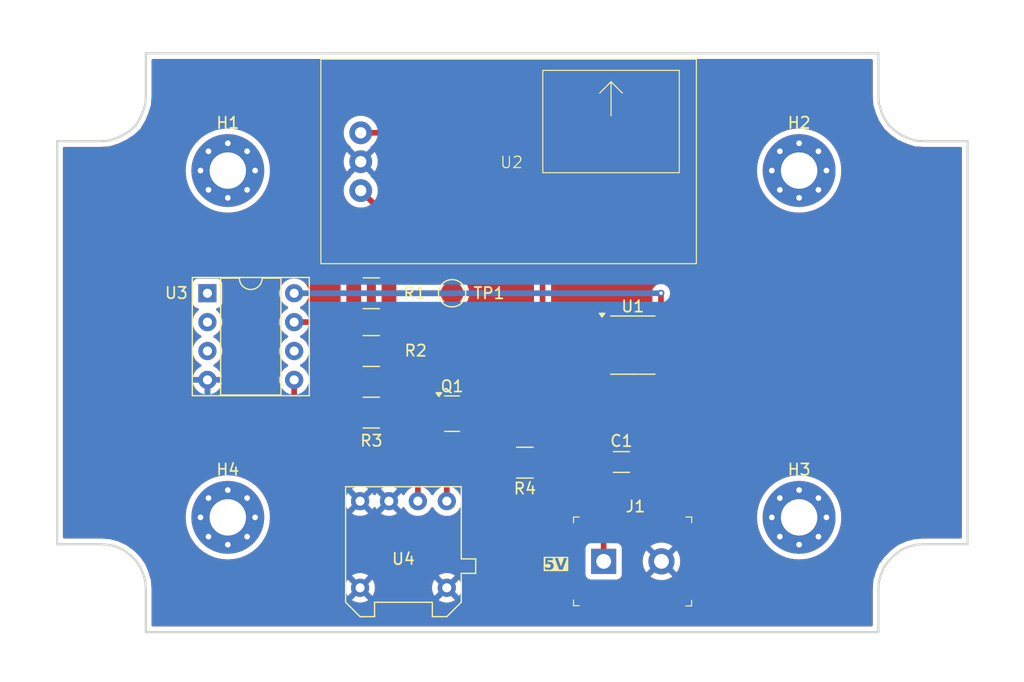
<source format=kicad_pcb>
(kicad_pcb
	(version 20240108)
	(generator "pcbnew")
	(generator_version "8.0")
	(general
		(thickness 1.6)
		(legacy_teardrops no)
	)
	(paper "A4")
	(layers
		(0 "F.Cu" signal)
		(31 "B.Cu" signal)
		(32 "B.Adhes" user "B.Adhesive")
		(33 "F.Adhes" user "F.Adhesive")
		(34 "B.Paste" user)
		(35 "F.Paste" user)
		(36 "B.SilkS" user "B.Silkscreen")
		(37 "F.SilkS" user "F.Silkscreen")
		(38 "B.Mask" user)
		(39 "F.Mask" user)
		(40 "Dwgs.User" user "User.Drawings")
		(41 "Cmts.User" user "User.Comments")
		(42 "Eco1.User" user "User.Eco1")
		(43 "Eco2.User" user "User.Eco2")
		(44 "Edge.Cuts" user)
		(45 "Margin" user)
		(46 "B.CrtYd" user "B.Courtyard")
		(47 "F.CrtYd" user "F.Courtyard")
		(48 "B.Fab" user)
		(49 "F.Fab" user)
		(50 "User.1" user)
		(51 "User.2" user)
		(52 "User.3" user)
		(53 "User.4" user)
		(54 "User.5" user)
		(55 "User.6" user)
		(56 "User.7" user)
		(57 "User.8" user)
		(58 "User.9" user)
	)
	(setup
		(pad_to_mask_clearance 0)
		(allow_soldermask_bridges_in_footprints no)
		(grid_origin 45.13 39.71)
		(pcbplotparams
			(layerselection 0x0001000_ffffffff)
			(plot_on_all_layers_selection 0x0000000_00000000)
			(disableapertmacros no)
			(usegerberextensions yes)
			(usegerberattributes yes)
			(usegerberadvancedattributes yes)
			(creategerberjobfile no)
			(dashed_line_dash_ratio 12.000000)
			(dashed_line_gap_ratio 3.000000)
			(svgprecision 4)
			(plotframeref no)
			(viasonmask no)
			(mode 1)
			(useauxorigin no)
			(hpglpennumber 1)
			(hpglpenspeed 20)
			(hpglpendiameter 15.000000)
			(pdf_front_fp_property_popups yes)
			(pdf_back_fp_property_popups yes)
			(dxfpolygonmode yes)
			(dxfimperialunits yes)
			(dxfusepcbnewfont yes)
			(psnegative no)
			(psa4output no)
			(plotreference yes)
			(plotvalue yes)
			(plotfptext yes)
			(plotinvisibletext no)
			(sketchpadsonfab no)
			(subtractmaskfromsilk no)
			(outputformat 1)
			(mirror no)
			(drillshape 0)
			(scaleselection 1)
			(outputdirectory "gerber/")
		)
	)
	(net 0 "")
	(net 1 "GND")
	(net 2 "+5V")
	(net 3 "Net-(Q1-C)")
	(net 4 "Net-(Q1-B)")
	(net 5 "+2V5")
	(net 6 "Net-(U3-PB2)")
	(net 7 "Net-(U2-V-OUT)")
	(net 8 "/PWM_2")
	(net 9 "Net-(U4-ANODE)")
	(net 10 "unconnected-(U3-PB1-Pad6)")
	(net 11 "unconnected-(U3-PB3-Pad2)")
	(net 12 "unconnected-(U3-PB5-Pad1)")
	(net 13 "unconnected-(U3-PB4-Pad3)")
	(footprint "Package_DIP:DIP-8_W7.62mm_Socket" (layer "F.Cu") (at 58.23 60.79))
	(footprint "Package_SO:SOIC-8_3.9x4.9mm_P1.27mm" (layer "F.Cu") (at 95.612666 65.35))
	(footprint "TestPoint:TestPoint_Pad_D2.0mm" (layer "F.Cu") (at 79.73 60.79))
	(footprint "my_library:Versatile_Link" (layer "F.Cu") (at 81.805333 84.155 -90))
	(footprint "Resistor_SMD:R_1210_3225Metric_Pad1.30x2.65mm_HandSolder" (layer "F.Cu") (at 72.635333 60.79 180))
	(footprint "MountingHole:MountingHole_3.2mm_M3_Pad_Via" (layer "F.Cu") (at 110.23 80.5))
	(footprint "MountingHole:MountingHole_3.2mm_M3_Pad_Via" (layer "F.Cu") (at 60.02 50))
	(footprint "Capacitor_SMD:C_1206_3216Metric_Pad1.33x1.80mm_HandSolder" (layer "F.Cu") (at 94.613166 75.63))
	(footprint "Package_TO_SOT_SMD:SOT-23" (layer "F.Cu") (at 79.73 71.3775))
	(footprint "Resistor_SMD:R_1210_3225Metric_Pad1.30x2.65mm_HandSolder" (layer "F.Cu") (at 86.13 75.69 180))
	(footprint "digikey-footprints:Term_Block_1x2_P5.08MM" (layer "F.Cu") (at 93.050666 84.37))
	(footprint "my_library:ZTP-115M-pyrometer" (layer "F.Cu") (at 84.7 63.19 180))
	(footprint "Resistor_SMD:R_1210_3225Metric_Pad1.30x2.65mm_HandSolder" (layer "F.Cu") (at 72.635333 65.87 180))
	(footprint "Resistor_SMD:R_1210_3225Metric_Pad1.30x2.65mm_HandSolder" (layer "F.Cu") (at 72.635333 71.29))
	(footprint "MountingHole:MountingHole_3.2mm_M3_Pad_Via" (layer "F.Cu") (at 110.23 50))
	(footprint "MountingHole:MountingHole_3.2mm_M3_Pad_Via" (layer "F.Cu") (at 60.02 80.5))
	(gr_rect
		(start 108.34 48.21)
		(end 111.79 51.63)
		(stroke
			(width 0.1)
			(type default)
		)
		(fill none)
		(layer "Dwgs.User")
		(uuid "2b1e1fd9-d813-44de-afd2-29396c378ae7")
	)
	(gr_rect
		(start 58.23 48.21)
		(end 61.68 51.63)
		(stroke
			(width 0.1)
			(type default)
		)
		(fill none)
		(layer "Dwgs.User")
		(uuid "4103f2af-516e-4a3d-bc34-fc4eee0230eb")
	)
	(gr_rect
		(start 58.23 78.64)
		(end 61.68 82.06)
		(stroke
			(width 0.1)
			(type default)
		)
		(fill none)
		(layer "Dwgs.User")
		(uuid "e39059e1-83d9-4918-9707-cec93eabbf6d")
	)
	(gr_rect
		(start 108.34 78.64)
		(end 111.79 82.06)
		(stroke
			(width 0.1)
			(type default)
		)
		(fill none)
		(layer "Dwgs.User")
		(uuid "fca1c67a-66da-4581-bc0d-2519e5661542")
	)
	(gr_line
		(start 52.81834 90.592768)
		(end 52.81834 86.833124)
		(locked yes)
		(stroke
			(width 0.202767)
			(type solid)
		)
		(layer "Edge.Cuts")
		(uuid "019ec7b3-cec6-435f-9245-e361143f10af")
	)
	(gr_line
		(start 51.424266 46.490595)
		(end 51.931186 46.025904)
		(locked yes)
		(stroke
			(width 0.202767)
			(type solid)
		)
		(layer "Edge.Cuts")
		(uuid "01c18529-7822-4f96-acd0-632471bd2c7e")
	)
	(gr_line
		(start 120.492183 47.377703)
		(end 121.210338 47.42)
		(locked yes)
		(stroke
			(width 0.202767)
			(type solid)
		)
		(layer "Edge.Cuts")
		(uuid "01ee4027-6ad3-4b4a-a107-28e6030ec15d")
	)
	(gr_line
		(start 52.56483 85.439097)
		(end 52.311366 84.847681)
		(locked yes)
		(stroke
			(width 0.202767)
			(type solid)
		)
		(layer "Edge.Cuts")
		(uuid "05034034-f1e0-447b-90b2-bf239aa9a50a")
	)
	(gr_line
		(start 45.03 82.862116)
		(end 45.03 47.42)
		(locked yes)
		(stroke
			(width 0.202767)
			(type solid)
		)
		(layer "Edge.Cuts")
		(uuid "0e1a2c1f-47a8-4189-b012-2d89a9fa9fd8")
	)
	(gr_line
		(start 119.858531 83.07345)
		(end 119.182658 83.369166)
		(locked yes)
		(stroke
			(width 0.202767)
			(type solid)
		)
		(layer "Edge.Cuts")
		(uuid "13cb9376-379b-4bb1-9b79-4ac81b11e43d")
	)
	(gr_line
		(start 117.197154 39.689409)
		(end 117.197154 43.449068)
		(locked yes)
		(stroke
			(width 0.202767)
			(type solid)
		)
		(layer "Edge.Cuts")
		(uuid "1648af87-3b62-4809-bc7f-9385bd86df06")
	)
	(gr_line
		(start 52.776042 86.157221)
		(end 52.56483 85.439097)
		(locked yes)
		(stroke
			(width 0.202767)
			(type solid)
		)
		(layer "Edge.Cuts")
		(uuid "29044c2b-78ea-4b80-9d9b-42a129c01b5e")
	)
	(gr_line
		(start 121.210338 82.862116)
		(end 120.492183 82.904413)
		(locked yes)
		(stroke
			(width 0.202767)
			(type solid)
		)
		(layer "Edge.Cuts")
		(uuid "2e315f6c-83dd-483c-a309-49aa05e041a1")
	)
	(gr_line
		(start 119.858531 47.166475)
		(end 120.492183 47.377703)
		(locked yes)
		(stroke
			(width 0.202767)
			(type solid)
		)
		(layer "Edge.Cuts")
		(uuid "384869bd-fc6b-4db0-b00c-b8f722d748b1")
	)
	(gr_line
		(start 45.03 47.42)
		(end 48.805179 47.42)
		(stroke
			(width 0.202767)
			(type solid)
		)
		(layer "Edge.Cuts")
		(uuid "3bafc087-a399-42d4-9180-ddb0226f76da")
	)
	(gr_line
		(start 117.704128 84.847681)
		(end 117.450664 85.439097)
		(locked yes)
		(stroke
			(width 0.202767)
			(type solid)
		)
		(layer "Edge.Cuts")
		(uuid "3e2d689d-dc38-470c-9ecc-ca48a15a54cd")
	)
	(gr_line
		(start 52.81834 86.833124)
		(end 52.776042 86.157221)
		(locked yes)
		(stroke
			(width 0.202767)
			(type solid)
		)
		(layer "Edge.Cuts")
		(uuid "3fee2074-2d2b-49b7-8e8e-e813752f440c")
	)
	(gr_line
		(start 48.805179 47.42)
		(end 49.523311 47.377703)
		(locked yes)
		(stroke
			(width 0.202767)
			(type solid)
		)
		(layer "Edge.Cuts")
		(uuid "4110e49d-0e91-4599-93a7-9bf50f26b998")
	)
	(gr_line
		(start 51.931186 46.025904)
		(end 52.311374 45.392252)
		(locked yes)
		(stroke
			(width 0.202767)
			(type solid)
		)
		(layer "Edge.Cuts")
		(uuid "45eabcf9-6e68-4713-97a8-09a16604bb7f")
	)
	(gr_line
		(start 117.197154 86.833124)
		(end 117.197154 90.592768)
		(locked yes)
		(stroke
			(width 0.202767)
			(type solid)
		)
		(layer "Edge.Cuts")
		(uuid "5415ff04-c8dc-42d7-bcde-d16abc8ccb91")
	)
	(gr_line
		(start 118.633495 46.490595)
		(end 119.182658 46.870783)
		(locked yes)
		(stroke
			(width 0.202767)
			(type solid)
		)
		(layer "Edge.Cuts")
		(uuid "55201251-b4f7-43af-897f-d7e667c57120")
	)
	(gr_line
		(start 50.199207 83.07345)
		(end 49.523303 82.904413)
		(locked yes)
		(stroke
			(width 0.202767)
			(type solid)
		)
		(layer "Edge.Cuts")
		(uuid "57f2232d-35af-4016-9327-b6565958cf98")
	)
	(gr_line
		(start 117.450664 85.439097)
		(end 117.239452 86.157221)
		(locked yes)
		(stroke
			(width 0.202767)
			(type solid)
		)
		(layer "Edge.Cuts")
		(uuid "62d359e7-827d-4381-bf71-f4637138a667")
	)
	(gr_line
		(start 118.126567 46.025904)
		(end 118.633495 46.490595)
		(locked yes)
		(stroke
			(width 0.202767)
			(type solid)
		)
		(layer "Edge.Cuts")
		(uuid "652d8160-8e54-4c16-8ab3-e54d75a0e40d")
	)
	(gr_line
		(start 117.197154 90.592768)
		(end 52.81834 90.592768)
		(locked yes)
		(stroke
			(width 0.202767)
			(type solid)
		)
		(layer "Edge.Cuts")
		(uuid "65e02b8f-7086-4f26-94a2-7732f0f375fb")
	)
	(gr_line
		(start 119.182658 83.369166)
		(end 118.633495 83.791605)
		(locked yes)
		(stroke
			(width 0.202767)
			(type solid)
		)
		(layer "Edge.Cuts")
		(uuid "67181daf-2a09-48d7-9040-a8ef3f98c0d5")
	)
	(gr_line
		(start 48.805171 82.862116)
		(end 45.03 82.862116)
		(stroke
			(width 0.202767)
			(type solid)
		)
		(layer "Edge.Cuts")
		(uuid "67d9e237-e4c1-469d-820c-2ae477e1f8fb")
	)
	(gr_line
		(start 52.311366 84.847681)
		(end 51.931178 84.298533)
		(locked yes)
		(stroke
			(width 0.202767)
			(type solid)
		)
		(layer "Edge.Cuts")
		(uuid "6bdd9eb3-aa51-4d53-a3eb-3605945f1a5e")
	)
	(gr_line
		(start 117.704128 45.392252)
		(end 118.126567 46.025904)
		(locked yes)
		(stroke
			(width 0.202767)
			(type solid)
		)
		(layer "Edge.Cuts")
		(uuid "72eff391-8e8c-4704-b429-3d7f85bcee40")
	)
	(gr_line
		(start 125.027745 82.862116)
		(end 121.210338 82.862116)
		(stroke
			(width 0.202767)
			(type solid)
		)
		(layer "Edge.Cuts")
		(uuid "828e9556-65b0-4bdd-9acc-f623646ad188")
	)
	(gr_line
		(start 52.818363 39.689409)
		(end 117.197154 39.689409)
		(locked yes)
		(stroke
			(width 0.202767)
			(type solid)
		)
		(layer "Edge.Cuts")
		(uuid "8418e131-b6ba-4baf-9bcb-65cd9bdc1368")
	)
	(gr_line
		(start 119.182658 46.870783)
		(end 119.858531 47.166475)
		(locked yes)
		(stroke
			(width 0.202767)
			(type solid)
		)
		(layer "Edge.Cuts")
		(uuid "899fb4ca-79ed-4b07-96f7-eca426bcc2dc")
	)
	(gr_line
		(start 52.776065 44.124949)
		(end 52.818363 43.449068)
		(locked yes)
		(stroke
			(width 0.202767)
			(type solid)
		)
		(layer "Edge.Cuts")
		(uuid "8b170cef-37f9-465c-b201-a6e6fa6c61b6")
	)
	(gr_line
		(start 125.027745 47.42)
		(end 125.027745 82.862116)
		(locked yes)
		(stroke
			(width 0.202767)
			(type solid)
		)
		(layer "Edge.Cuts")
		(uuid "8d2a39ee-aa7e-4379-b651-3da6dc9f3acd")
	)
	(gr_line
		(start 117.239452 86.157221)
		(end 117.197154 86.833124)
		(locked yes)
		(stroke
			(width 0.202767)
			(type solid)
		)
		(layer "Edge.Cuts")
		(uuid "92c4c3ff-b69a-4d6d-ba2a-0bfc7b1e6988")
	)
	(gr_line
		(start 49.523311 47.377703)
		(end 50.199214 47.166475)
		(locked yes)
		(stroke
			(width 0.202767)
			(type solid)
		)
		(layer "Edge.Cuts")
		(uuid "9538daa5-8d5f-49dc-8f86-502ce1a23b6c")
	)
	(gr_line
		(start 121.210338 47.42)
		(end 125.027745 47.42)
		(stroke
			(width 0.202767)
			(type solid)
		)
		(layer "Edge.Cuts")
		(uuid "99e0bf45-cde4-4707-8372-d4adfb97cb78")
	)
	(gr_line
		(start 118.126567 84.298533)
		(end 117.704128 84.847681)
		(locked yes)
		(stroke
			(width 0.202767)
			(type solid)
		)
		(layer "Edge.Cuts")
		(uuid "9e167164-b698-42cc-b909-5a6d2014963c")
	)
	(gr_line
		(start 120.492183 82.904413)
		(end 119.858531 83.07345)
		(locked yes)
		(stroke
			(width 0.202767)
			(type solid)
		)
		(layer "Edge.Cuts")
		(uuid "a2a78a6a-46f9-4d07-9709-4a7ac4b63ffa")
	)
	(gr_line
		(start 117.239452 44.124949)
		(end 117.450664 44.800852)
		(locked yes)
		(stroke
			(width 0.202767)
			(type solid)
		)
		(layer "Edge.Cuts")
		(uuid "b220f2ea-9c82-479a-bab3-8101c8f9df22")
	)
	(gr_line
		(start 49.523303 82.904413)
		(end 48.805171 82.862116)
		(locked yes)
		(stroke
			(width 0.202767)
			(type solid)
		)
		(layer "Edge.Cuts")
		(uuid "b26f36d3-9c8a-4881-a590-ff033052baae")
	)
	(gr_line
		(start 50.199214 47.166475)
		(end 50.832866 46.870783)
		(locked yes)
		(stroke
			(width 0.202767)
			(type solid)
		)
		(layer "Edge.Cuts")
		(uuid "b46cdf8b-88af-4c4e-86d5-e8523ea42e0e")
	)
	(gr_line
		(start 51.931178 84.298533)
		(end 51.424259 83.791605)
		(locked yes)
		(stroke
			(width 0.202767)
			(type solid)
		)
		(layer "Edge.Cuts")
		(uuid "b53702af-3ff2-489e-9413-296531402c40")
	)
	(gr_line
		(start 51.424259 83.791605)
		(end 50.832858 83.369166)
		(locked yes)
		(stroke
			(width 0.202767)
			(type solid)
		)
		(layer "Edge.Cuts")
		(uuid "b98577ec-6b10-465e-9ecd-4295a31b4906")
	)
	(gr_line
		(start 52.564838 44.800852)
		(end 52.776065 44.124949)
		(locked yes)
		(stroke
			(width 0.202767)
			(type solid)
		)
		(layer "Edge.Cuts")
		(uuid "c184b0d1-0418-4143-96c7-511d5142ac4a")
	)
	(gr_line
		(start 52.311374 45.392252)
		(end 52.564838 44.800852)
		(locked yes)
		(stroke
			(width 0.202767)
			(type solid)
		)
		(layer "Edge.Cuts")
		(uuid "c2fc6e87-1494-4e46-857f-a8ad9e92dfd9")
	)
	(gr_line
		(start 50.832858 83.369166)
		(end 50.199207 83.07345)
		(locked yes)
		(stroke
			(width 0.202767)
			(type solid)
		)
		(layer "Edge.Cuts")
		(uuid "cb917832-6bd7-4f95-b3dc-3081670b0e4a")
	)
	(gr_line
		(start 50.832866 46.870783)
		(end 51.424266 46.490595)
		(locked yes)
		(stroke
			(width 0.202767)
			(type solid)
		)
		(layer "Edge.Cuts")
		(uuid "cd0daaf4-601c-4f17-97c1-05bce4d60622")
	)
	(gr_line
		(start 117.450664 44.800852)
		(end 117.704128 45.392252)
		(locked yes)
		(stroke
			(width 0.202767)
			(type solid)
		)
		(layer "Edge.Cuts")
		(uuid "d0fad546-b5f8-4bcd-8064-f7c0149a235c")
	)
	(gr_line
		(start 118.633495 83.791605)
		(end 118.126567 84.298533)
		(locked yes)
		(stroke
			(width 0.202767)
			(type solid)
		)
		(layer "Edge.Cuts")
		(uuid "d620c165-5756-4dc0-ac7a-856e228b716b")
	)
	(gr_line
		(start 117.197154 43.449068)
		(end 117.239452 44.124949)
		(locked yes)
		(stroke
			(width 0.202767)
			(type solid)
		)
		(layer "Edge.Cuts")
		(uuid "e6c9b0f5-587d-49ac-97fc-6960ff07db0a")
	)
	(gr_line
		(start 52.818363 43.449068)
		(end 52.818363 39.689409)
		(locked yes)
		(stroke
			(width 0.202767)
			(type solid)
		)
		(layer "Edge.Cuts")
		(uuid "f8d0c3b5-613e-494b-bed2-3d5cf2c17d38")
	)
	(gr_text "5V"
		(at 87.78 85.27 0)
		(layer "F.SilkS" knockout)
		(uuid "43280cd2-919f-4aeb-b28b-a6c20c4a10aa")
		(effects
			(font
				(face "Century Gothic")
				(size 1 1)
				(thickness 0.2)
				(bold yes)
			)
			(justify left bottom)
		)
		(render_cache "5V" 0
			(polygon
				(pts
					(xy 88.014961 84.083949) (xy 88.488304 84.083949) (xy 88.488304 84.255896) (xy 88.158576 84.255896)
					(xy 88.117299 84.437857) (xy 88.15076 84.430286) (xy 88.182512 84.427843) (xy 88.232437 84.431158)
					(xy 88.286538 84.443403) (xy 88.336175 84.46467) (xy 88.381347 84.494961) (xy 88.410879 84.522121)
					(xy 88.446377 84.565892) (xy 88.473156 84.614712) (xy 88.491216 84.668581) (xy 88.499757 84.718773)
					(xy 88.501981 84.763433) (xy 88.498444 84.81748) (xy 88.487831 84.868247) (xy 88.470142 84.915734)
					(xy 88.445378 84.959941) (xy 88.413539 85.000868) (xy 88.401353 85.013782) (xy 88.362081 85.048395)
					(xy 88.319734 85.075846) (xy 88.274314 85.096136) (xy 88.225819 85.109265) (xy 88.17425 85.115233)
					(xy 88.156378 85.115631) (xy 88.101687 85.112031) (xy 88.050456 85.101232) (xy 88.002685 85.083234)
					(xy 87.958373 85.058036) (xy 87.934605 85.040404) (xy 87.897062 85.004828) (xy 87.865643 84.963922)
					(xy 87.840348 84.917687) (xy 87.821177 84.866122) (xy 87.812972 84.834263) (xy 88.014961 84.834263)
					(xy 88.04401 84.877038) (xy 88.07651 84.904361) (xy 88.121848 84.923518) (xy 88.16053 84.928053)
					(xy 88.209298 84.920756) (xy 88.254605 84.89658) (xy 88.268974 84.883845) (xy 88.297913 84.843575)
					(xy 88.312099 84.795002) (xy 88.31367 84.769783) (xy 88.306817 84.718844) (xy 88.284111 84.673003)
					(xy 88.272149 84.658897) (xy 88.232452 84.629178) (xy 88.182449 84.615804) (xy 88.171521 84.615422)
					(xy 88.122654 84.624664) (xy 88.109239 84.630565) (xy 88.067721 84.658544) (xy 88.049155 84.675994)
					(xy 87.892595 84.641311)
				)
			)
			(polygon
				(pts
					(xy 88.602121 84.083949) (xy 88.799958 84.083949) (xy 89.05397 84.805687) (xy 89.311646 84.083949)
					(xy 89.509483 84.083949) (xy 89.145317 85.1) (xy 88.959937 85.1)
				)
			)
		)
	)
	(segment
		(start 86.31 46.68)
		(end 71.7 46.68)
		(width 0.5)
		(layer "F.Cu")
		(net 2)
		(uuid "00a3c333-da59-4f0e-ad79-40b49b68a579")
	)
	(segment
		(start 93.050666 84.37)
		(end 93.050666 75.63)
		(width 0.5)
		(layer "F.Cu")
		(net 2)
		(uuid "2249a016-2911-469b-ae13-3804cad543cf")
	)
	(segment
		(start 87.695 63.445)
		(end 87.68 63.43)
		(width 0.5)
		(layer "F.Cu")
		(net 2)
		(uuid "346ded2c-8fbc-4cff-911c-352fcd6ab3e6")
	)
	(segment
		(start 93.050666 75.63)
		(end 87.74 75.63)
		(width 0.5)
		(layer "F.Cu")
		(net 2)
		(uuid "5b1d5dec-255c-4073-bebb-f96df48998c7")
	)
	(segment
		(start 93.137666 63.445)
		(end 87.695 63.445)
		(width 0.5)
		(layer "F.Cu")
		(net 2)
		(uuid "89c72e7b-ef3c-49a8-97f4-63d544f3127f")
	)
	(segment
		(start 87.68 66.03)
		(end 87.68 63.43)
		(width 0.5)
		(layer "F.Cu")
		(net 2)
		(uuid "8b806ad1-7d23-4dcb-b008-ff97299c0353")
	)
	(segment
		(start 87.68 63.43)
		(end 87.68 48.05)
		(width 0.5)
		(layer "F.Cu")
		(net 2)
		(uuid "8c06dec2-99d3-42e1-96c0-ad8e65e8b637")
	)
	(segment
		(start 87.725 65.985)
		(end 87.68 66.03)
		(width 0.5)
		(layer "F.Cu")
		(net 2)
		(uuid "95ef2e5a-2778-44ab-b2de-63cdfe85bc44")
	)
	(segment
		(start 93.137666 65.985)
		(end 87.725 65.985)
		(width 0.5)
		(layer "F.Cu")
		(net 2)
		(uuid "989ff7ab-3433-4ab7-b7eb-317bd3567195")
	)
	(segment
		(start 87.68 48.05)
		(end 86.31 46.68)
		(width 0.5)
		(layer "F.Cu")
		(net 2)
		(uuid "9f766d2d-96cd-4a4e-9460-788b062a6157")
	)
	(segment
		(start 87.68 75.69)
		(end 87.68 66.03)
		(width 0.5)
		(layer "F.Cu")
		(net 2)
		(uuid "b9677981-3999-4d3f-8cda-247ab7d7ad2c")
	)
	(segment
		(start 87.74 75.63)
		(end 87.68 75.69)
		(width 0.5)
		(layer "F.Cu")
		(net 2)
		(uuid "be87bf63-9771-435f-bde0-288e258a3c70")
	)
	(segment
		(start 80.6675 73.1825)
		(end 76.725333 77.124667)
		(width 0.5)
		(layer "F.Cu")
		(net 3)
		(uuid "2da076f4-e274-44b8-bdc9-527a4add5e96")
	)
	(segment
		(start 80.6675 71.3775)
		(end 80.6675 73.1825)
		(width 0.5)
		(layer "F.Cu")
		(net 3)
		(uuid "5c431181-341d-44d4-a408-5794e1f3d384")
	)
	(segment
		(start 76.725333 77.124667)
		(end 76.725333 79.075)
		(width 0.5)
		(layer "F.Cu")
		(net 3)
		(uuid "e40daf3c-368d-4e94-8ff2-1454c5fd10fe")
	)
	(segment
		(start 77.2425 70.4275)
		(end 76.38 71.29)
		(width 0.5)
		(layer "F.Cu")
		(net 4)
		(uuid "110dd8b5-1712-4596-be87-c956b9be2e77")
	)
	(segment
		(start 76.38 71.29)
		(end 74.185333 71.29)
		(width 0.5)
		(layer "F.Cu")
		(net 4)
		(uuid "4b2c0943-a192-4479-98a0-70cc0ce44171")
	)
	(segment
		(start 78.7925 70.4275)
		(end 77.2425 70.4275)
		(width 0.5)
		(layer "F.Cu")
		(net 4)
		(uuid "8bc042df-2dcb-418e-b9a8-e8db471f230b")
	)
	(segment
		(start 98.087666 64.715)
		(end 98.087666 63.445)
		(width 0.5)
		(layer "F.Cu")
		(net 5)
		(uuid "0cd8bf73-68dc-4e79-844f-de08f7f1961e")
	)
	(segment
		(start 98.087666 60.78)
		(end 98.087666 63.445)
		(width 0.5)
		(layer "F.Cu")
		(net 5)
		(uuid "3892bd7d-8b03-485c-a8c2-91ec64b25f82")
	)
	(via
		(at 98.087666 60.78)
		(size 0.6)
		(drill 0.3)
		(layers "F.Cu" "B.Cu")
		(net 5)
		(uuid "3a09b4d9-13c1-49ff-9f00-7bc624373072")
	)
	(segment
		(start 98.077666 60.79)
		(end 98.087666 60.78)
		(width 0.5)
		(layer "B.Cu")
		(net 5)
		(uuid "13044149-7981-40f9-8f57-1773a7c3df92")
	)
	(segment
		(start 65.85 60.79)
		(end 98.077666 60.79)
		(width 0.5)
		(layer "B.Cu")
		(net 5)
		(uuid "6668c701-5509-462b-afce-816048926bf6")
	)
	(segment
		(start 71.085333 63.31)
		(end 71.085333 65.87)
		(width 0.5)
		(layer "F.Cu")
		(net 6)
		(uuid "11f63244-0021-437b-a6f2-9d20a1b96a16")
	)
	(segment
		(start 71.065333 63.33)
		(end 71.085333 63.31)
		(width 0.5)
		(layer "F.Cu")
		(net 6)
		(uuid "20a4f6ad-9f1a-431b-b908-d0ff61f7253d")
	)
	(segment
		(start 71.085333 60.79)
		(end 71.085333 63.31)
		(width 0.5)
		(layer "F.Cu")
		(net 6)
		(uuid "4805334d-e3b2-4b85-a2e6-7b45b9c370ab")
	)
	(segment
		(start 65.85 63.33)
		(end 71.065333 63.33)
		(width 0.5)
		(layer "F.Cu")
		(net 6)
		(uuid "fba0a48d-0cbd-4938-82f8-821f2e7ea566")
	)
	(segment
		(start 74.185333 54.245333)
		(end 71.7 51.76)
		(width 0.5)
		(layer "F.Cu")
		(net 7)
		(uuid "502fef89-abf2-4509-ab70-f05afb279ff7")
	)
	(segment
		(start 79.73 60.79)
		(end 74.185333 60.79)
		(width 0.5)
		(layer "F.Cu")
		(net 7)
		(uuid "d477f981-470a-42da-b502-a4cadf5c1c3e")
	)
	(segment
		(start 74.185333 60.79)
		(end 74.185333 54.245333)
		(width 0.5)
		(layer "F.Cu")
		(net 7)
		(uuid "ee51ff48-a3f2-4fd7-af76-af19fa4b2702")
	)
	(segment
		(start 66.77 71.29)
		(end 71.085333 71.29)
		(width 0.5)
		(layer "F.Cu")
		(net 8)
		(uuid "1cde4c8b-0229-4a39-93ae-629c9129ffe8")
	)
	(segment
		(start 65.85 68.41)
		(end 65.85 70.37)
		(width 0.5)
		(layer "F.Cu")
		(net 8)
		(uuid "2c64f0df-c4de-4712-8625-a50808288382")
	)
	(segment
		(start 65.85 70.37)
		(end 66.77 71.29)
		(width 0.5)
		(layer "F.Cu")
		(net 8)
		(uuid "6b1b8768-f96b-455a-98cf-49e2803e5384")
	)
	(segment
		(start 79.265333 79.075)
		(end 79.265333 77.104667)
		(width 0.5)
		(layer "F.Cu")
		(net 9)
		(uuid "228f5e81-e352-4f88-9ef5-35ece3df84f2")
	)
	(segment
		(start 79.265333 77.104667)
		(end 80.68 75.69)
		(width 0.5)
		(layer "F.Cu")
		(net 9)
		(uuid "427d8aff-ac7b-4917-876c-15a7f5b8cd44")
	)
	(segment
		(start 80.68 75.69)
		(end 84.58 75.69)
		(width 0.5)
		(layer "F.Cu")
		(net 9)
		(uuid "6020e399-0cc0-4d0c-8497-159439150ea8")
	)
	(zone
		(net 1)
		(net_name "GND")
		(layers "F.Cu" "B.Cu")
		(uuid "953d9615-3b91-4a1b-bac6-7e656505ae52")
		(hatch edge 0.5)
		(connect_pads
			(clearance 0.5)
		)
		(min_thickness 0.25)
		(filled_areas_thickness no)
		(fill yes
			(thermal_gap 0.5)
			(thermal_bridge_width 0.5)
		)
		(polygon
			(pts
				(xy 40 35) (xy 130 35) (xy 130 95) (xy 40 95)
			)
		)
		(filled_polygon
			(layer "F.Cu")
			(pts
				(xy 116.639693 40.209594) (xy 116.685448 40.262398) (xy 116.696654 40.313909) (xy 116.696654 43.38663)
				(xy 116.6942 43.411177) (xy 116.693515 43.414565) (xy 116.696412 43.46084) (xy 116.696654 43.468586)
				(xy 116.696654 43.51496) (xy 116.697549 43.518303) (xy 116.701531 43.542644) (xy 116.739511 44.149538)
				(xy 116.739648 44.15219) (xy 116.742079 44.211336) (xy 116.742951 44.216356) (xy 116.742982 44.216619)
				(xy 116.742999 44.216712) (xy 116.743065 44.216973) (xy 116.744045 44.221976) (xy 116.762908 44.278091)
				(xy 116.763727 44.280615) (xy 116.958034 44.902417) (xy 116.96241 44.921717) (xy 116.964676 44.937445)
				(xy 116.964679 44.937455) (xy 116.978069 44.968697) (xy 116.982452 44.980558) (xy 116.992598 45.013026)
				(xy 117.001106 45.026456) (xy 117.010323 45.043955) (xy 117.23441 45.566806) (xy 117.237897 45.575916)
				(xy 117.251138 45.615056) (xy 117.255885 45.622177) (xy 117.266682 45.642108) (xy 117.270052 45.649972)
				(xy 117.270053 45.649974) (xy 117.295605 45.682446) (xy 117.30133 45.690343) (xy 117.667211 46.23916)
				(xy 117.706476 46.298056) (xy 117.707865 46.300187) (xy 117.739792 46.350322) (xy 117.739797 46.350327)
				(xy 117.742862 46.353981) (xy 117.743044 46.354224) (xy 117.743332 46.35456) (xy 117.743534 46.354767)
				(xy 117.746674 46.358355) (xy 117.791242 46.397522) (xy 117.793177 46.399259) (xy 118.26639 46.833045)
				(xy 118.277162 46.84424) (xy 118.294429 46.864596) (xy 118.294428 46.864596) (xy 118.303731 46.871036)
				(xy 118.313535 46.877824) (xy 118.326739 46.888365) (xy 118.326843 46.88846) (xy 118.343859 46.904059)
				(xy 118.343861 46.90406) (xy 118.343864 46.904063) (xy 118.367531 46.916389) (xy 118.380825 46.924408)
				(xy 118.880152 47.270095) (xy 118.886946 47.275151) (xy 118.921682 47.30291) (xy 118.921683 47.30291)
				(xy 118.921684 47.302911) (xy 118.926629 47.305075) (xy 118.947504 47.316723) (xy 118.951942 47.319795)
				(xy 118.951947 47.319798) (xy 118.993782 47.334773) (xy 119.001688 47.337912) (xy 119.608843 47.60354)
				(xy 119.627453 47.613658) (xy 119.637741 47.620451) (xy 119.673398 47.632337) (xy 119.683864 47.636361)
				(xy 119.704252 47.645281) (xy 119.718287 47.651422) (xy 119.718288 47.651422) (xy 119.71829 47.651423)
				(xy 119.730469 47.653271) (xy 119.751075 47.658231) (xy 119.901774 47.708466) (xy 120.263719 47.82912)
				(xy 120.264909 47.829605) (xy 120.33456 47.852735) (xy 120.334556 47.852746) (xy 120.334684 47.852776)
				(xy 120.396414 47.873354) (xy 120.396416 47.873354) (xy 120.396419 47.873355) (xy 120.396975 47.873462)
				(xy 120.396978 47.873463) (xy 120.462283 47.877309) (xy 120.46228 47.877344) (xy 120.462424 47.877317)
				(xy 120.527961 47.881253) (xy 120.527963 47.881252) (xy 120.535348 47.881696) (xy 120.536634 47.881688)
				(xy 120.53677 47.881696) (xy 121.117425 47.915894) (xy 121.142223 47.919904) (xy 121.144446 47.9205)
				(xy 121.191976 47.9205) (xy 121.199265 47.920714) (xy 121.246689 47.923508) (xy 121.24669 47.923508)
				(xy 121.248941 47.923045) (xy 121.273934 47.9205) (xy 124.403245 47.9205) (xy 124.470284 47.940185)
				(xy 124.516039 47.992989) (xy 124.527245 48.0445) (xy 124.527245 82.237616) (xy 124.50756 82.304655)
				(xy 124.454756 82.35041) (xy 124.403245 82.361616) (xy 121.273934 82.361616) (xy 121.248941 82.359071)
				(xy 121.24669 82.358607) (xy 121.246689 82.358607) (xy 121.200631 82.36132) (xy 121.199265 82.361401)
				(xy 121.191976 82.361616) (xy 121.144446 82.361616) (xy 121.142214 82.362214) (xy 121.117431 82.366219)
				(xy 120.503266 82.402391) (xy 120.481447 82.403677) (xy 120.474025 82.403891) (xy 120.426847 82.40384)
				(xy 120.426837 82.403841) (xy 120.424276 82.404525) (xy 120.399626 82.408496) (xy 120.396984 82.408651)
				(xy 120.396981 82.408652) (xy 120.352198 82.423523) (xy 120.345082 82.425651) (xy 119.762762 82.580993)
				(xy 119.749414 82.583778) (xy 119.718281 82.588504) (xy 119.71828 82.588505) (xy 119.718278 82.588505)
				(xy 119.718276 82.588506) (xy 119.701394 82.595892) (xy 119.683662 82.602095) (xy 119.665863 82.606843)
				(xy 119.665859 82.606845) (xy 119.638563 82.622563) (xy 119.626391 82.628707) (xy 118.987333 82.908316)
				(xy 118.985221 82.909217) (xy 118.929719 82.932286) (xy 118.926988 82.933867) (xy 118.926647 82.934039)
				(xy 118.926622 82.934055) (xy 118.924685 82.9352) (xy 118.924381 82.935408) (xy 118.921668 82.937046)
				(xy 118.874699 82.974581) (xy 118.872894 82.975997) (xy 118.361072 83.369712) (xy 118.347472 83.378811)
				(xy 118.32618 83.391105) (xy 118.326177 83.391107) (xy 118.308261 83.409023) (xy 118.296191 83.419622)
				(xy 118.276104 83.435074) (xy 118.261154 83.454604) (xy 118.250374 83.46691) (xy 117.801874 83.91541)
				(xy 117.789564 83.926194) (xy 117.77004 83.941138) (xy 117.754585 83.961228) (xy 117.74399 83.973295)
				(xy 117.726066 83.99122) (xy 117.713776 84.012506) (xy 117.704675 84.026108) (xy 117.309524 84.539783)
				(xy 117.30869 84.540854) (xy 117.269916 84.590131) (xy 117.268979 84.591751) (xy 117.268292 84.592924)
				(xy 117.267334 84.594537) (xy 117.243267 84.652435) (xy 117.24274 84.653684) (xy 117.008243 85.200844)
				(xy 117.000125 85.216578) (xy 116.989096 85.234655) (xy 116.989092 85.234664) (xy 116.980982 85.262234)
				(xy 116.976 85.276077) (xy 116.964676 85.302502) (xy 116.964676 85.302505) (xy 116.961655 85.323468)
				(xy 116.957884 85.34077) (xy 116.762654 86.004552) (xy 116.761231 86.009071) (xy 116.744043 86.060202)
				(xy 116.742482 86.068176) (xy 116.742176 86.068116) (xy 116.741645 86.071134) (xy 116.741953 86.071183)
				(xy 116.740696 86.079216) (xy 116.739387 86.133144) (xy 116.739182 86.137877) (xy 116.701531 86.739546)
				(xy 116.697549 86.76389) (xy 116.696654 86.767227) (xy 116.696654 86.813604) (xy 116.696412 86.821349)
				(xy 116.693515 86.867628) (xy 116.694198 86.871006) (xy 116.696654 86.895561) (xy 116.696654 89.968268)
				(xy 116.676969 90.035307) (xy 116.624165 90.081062) (xy 116.572654 90.092268) (xy 53.44284 90.092268)
				(xy 53.375801 90.072583) (xy 53.330046 90.019779) (xy 53.31884 89.968268) (xy 53.31884 86.895561)
				(xy 53.321296 86.871006) (xy 53.321978 86.867628) (xy 53.319082 86.821349) (xy 53.31884 86.813604)
				(xy 53.31884 86.767233) (xy 53.31884 86.767232) (xy 53.317946 86.763896) (xy 53.313961 86.739549)
				(xy 53.311173 86.694997) (xy 70.340367 86.694997) (xy 70.340367 86.695002) (xy 70.360191 86.921599)
				(xy 70.360193 86.92161) (xy 70.419063 87.141317) (xy 70.419068 87.141331) (xy 70.515196 87.347478)
				(xy 70.566307 87.420472) (xy 71.245333 86.741446) (xy 71.245333 86.747661) (xy 71.272592 86.849394)
				(xy 71.325253 86.940606) (xy 71.399727 87.01508) (xy 71.490939 87.067741) (xy 71.592672 87.095)
				(xy 71.598886 87.095) (xy 70.919859 87.774025) (xy 70.992846 87.825132) (xy 70.992854 87.825136)
				(xy 71.199001 87.921264) (xy 71.199015 87.921269) (xy 71.418722 87.980139) (xy 71.418733 87.980141)
				(xy 71.645331 87.999966) (xy 71.645335 87.999966) (xy 71.871932 87.980141) (xy 71.871943 87.980139)
				(xy 72.09165 87.921269) (xy 72.091664 87.921264) (xy 72.297811 87.825136) (xy 72.370804 87.774024)
				(xy 71.69178 87.095) (xy 71.697994 87.095) (xy 71.799727 87.067741) (xy 71.890939 87.01508) (xy 71.965413 86.940606)
				(xy 72.018074 86.849394) (xy 72.045333 86.747661) (xy 72.045333 86.741447) (xy 72.724357 87.420471)
				(xy 72.775469 87.347478) (xy 72.871597 87.141331) (xy 72.871602 87.141317) (xy 72.930472 86.92161)
				(xy 72.930474 86.921599) (xy 72.950299 86.695002) (xy 72.950299 86.694997) (xy 77.960367 86.694997)
				(xy 77.960367 86.695002) (xy 77.980191 86.921599) (xy 77.980193 86.92161) (xy 78.039063 87.141317)
				(xy 78.039068 87.141331) (xy 78.135196 87.347478) (xy 78.186307 87.420472) (xy 78.865333 86.741446)
				(xy 78.865333 86.747661) (xy 78.892592 86.849394) (xy 78.945253 86.940606) (xy 79.019727 87.01508)
				(xy 79.110939 87.067741) (xy 79.212672 87.095) (xy 79.218886 87.095) (xy 78.539859 87.774025) (xy 78.612846 87.825132)
				(xy 78.612854 87.825136) (xy 78.819001 87.921264) (xy 78.819015 87.921269) (xy 79.038722 87.980139)
				(xy 79.038733 87.980141) (xy 79.265331 87.999966) (xy 79.265335 87.999966) (xy 79.491932 87.980141)
				(xy 79.491943 87.980139) (xy 79.71165 87.921269) (xy 79.711664 87.921264) (xy 79.917811 87.825136)
				(xy 79.990804 87.774024) (xy 79.31178 87.095) (xy 79.317994 87.095) (xy 79.419727 87.067741) (xy 79.510939 87.01508)
				(xy 79.585413 86.940606) (xy 79.638074 86.849394) (xy 79.665333 86.747661) (xy 79.665333 86.741447)
				(xy 80.344357 87.420471) (xy 80.395469 87.347478) (xy 80.491597 87.141331) (xy 80.491602 87.141317)
				(xy 80.550472 86.92161) (xy 80.550474 86.921599) (xy 80.570299 86.695002) (xy 80.570299 86.694997)
				(xy 80.550474 86.4684) (xy 80.550472 86.468389) (xy 80.491602 86.248682) (xy 80.491597 86.248668)
				(xy 80.395469 86.042521) (xy 80.395465 86.042513) (xy 80.344358 85.969526) (xy 79.665333 86.648551)
				(xy 79.665333 86.642339) (xy 79.638074 86.540606) (xy 79.585413 86.449394) (xy 79.510939 86.37492)
				(xy 79.419727 86.322259) (xy 79.317994 86.295) (xy 79.311778 86.295) (xy 79.990805 85.615974) (xy 79.917811 85.564863)
				(xy 79.711664 85.468735) (xy 79.71165 85.46873) (xy 79.491943 85.40986) (xy 79.491932 85.409858)
				(xy 79.265335 85.390034) (xy 79.265331 85.390034) (xy 79.038733 85.409858) (xy 79.038722 85.40986)
				(xy 78.819015 85.46873) (xy 78.819006 85.468734) (xy 78.612849 85.564866) (xy 78.612845 85.564868)
				(xy 78.539859 85.615973) (xy 78.539859 85.615974) (xy 79.218886 86.295) (xy 79.212672 86.295) (xy 79.110939 86.322259)
				(xy 79.019727 86.37492) (xy 78.945253 86.449394) (xy 78.892592 86.540606) (xy 78.865333 86.642339)
				(xy 78.865333 86.648552) (xy 78.186307 85.969526) (xy 78.186306 85.969526) (xy 78.135201 86.042512)
				(xy 78.135199 86.042516) (xy 78.039067 86.248673) (xy 78.039063 86.248682) (xy 77.980193 86.468389)
				(xy 77.980191 86.4684) (xy 77.960367 86.694997) (xy 72.950299 86.694997) (xy 72.930474 86.4684)
				(xy 72.930472 86.468389) (xy 72.871602 86.248682) (xy 72.871597 86.248668) (xy 72.775469 86.042521)
				(xy 72.775465 86.042513) (xy 72.724358 85.969526) (xy 72.045333 86.648551) (xy 72.045333 86.642339)
				(xy 72.018074 86.540606) (xy 71.965413 86.449394) (xy 71.890939 86.37492) (xy 71.799727 86.322259)
				(xy 71.697994 86.295) (xy 71.691778 86.295) (xy 72.370805 85.615974) (xy 72.297811 85.564863) (xy 72.091664 85.468735)
				(xy 72.09165 85.46873) (xy 71.871943 85.40986) (xy 71.871932 85.409858) (xy 71.645335 85.390034)
				(xy 71.645331 85.390034) (xy 71.418733 85.409858) (xy 71.418722 85.40986) (xy 71.199015 85.46873)
				(xy 71.199006 85.468734) (xy 70.992849 85.564866) (xy 70.992845 85.564868) (xy 70.919859 85.615973)
				(xy 70.919859 85.615974) (xy 71.598886 86.295) (xy 71.592672 86.295) (xy 71.490939 86.322259) (xy 71.399727 86.37492)
				(xy 71.325253 86.449394) (xy 71.272592 86.540606) (xy 71.245333 86.642339) (xy 71.245333 86.648552)
				(xy 70.566307 85.969526) (xy 70.566306 85.969526) (xy 70.515201 86.042512) (xy 70.515199 86.042516)
				(xy 70.419067 86.248673) (xy 70.419063 86.248682) (xy 70.360193 86.468389) (xy 70.360191 86.4684)
				(xy 70.340367 86.694997) (xy 53.311173 86.694997) (xy 53.276309 86.13787) (xy 53.276106 86.1332)
				(xy 53.274797 86.079212) (xy 53.274796 86.079207) (xy 53.27354 86.071176) (xy 53.273851 86.071127)
				(xy 53.27332 86.068113) (xy 53.273011 86.068174) (xy 53.271449 86.060202) (xy 53.271449 86.060198)
				(xy 53.254257 86.009055) (xy 53.252832 86.004531) (xy 53.242536 85.969526) (xy 53.123519 85.564866)
				(xy 53.05761 85.340773) (xy 53.053838 85.323466) (xy 53.050818 85.302504) (xy 53.050817 85.302502)
				(xy 53.039495 85.276083) (xy 53.034508 85.262225) (xy 53.026402 85.234664) (xy 53.026399 85.234658)
				(xy 53.026397 85.234655) (xy 53.015368 85.216578) (xy 53.007248 85.200842) (xy 52.778908 84.668049)
				(xy 52.776152 84.661031) (xy 52.760377 84.616963) (xy 52.758655 84.614476) (xy 52.746633 84.592741)
				(xy 52.745442 84.58996) (xy 52.721551 84.559598) (xy 52.716493 84.55317) (xy 52.71199 84.547073)
				(xy 52.357255 84.03469) (xy 52.351826 84.026117) (xy 52.331682 83.991225) (xy 52.331678 83.99122)
				(xy 52.324902 83.984444) (xy 52.310631 83.967345) (xy 52.305174 83.959463) (xy 52.274451 83.933404)
				(xy 52.266978 83.926519) (xy 52.085441 83.744979) (xy 51.799525 83.459057) (xy 51.791473 83.450187)
				(xy 51.768791 83.422634) (xy 51.768788 83.422632) (xy 51.757233 83.414378) (xy 51.741627 83.401157)
				(xy 51.731581 83.391111) (xy 51.731576 83.391107) (xy 51.700667 83.373261) (xy 51.690594 83.366777)
				(xy 51.143649 82.976093) (xy 51.13599 82.970157) (xy 51.104228 82.943489) (xy 51.096615 82.939936)
				(xy 51.076988 82.928477) (xy 51.070157 82.923598) (xy 51.070156 82.923597) (xy 51.070154 82.923596)
				(xy 51.070152 82.923595) (xy 51.07015 82.923594) (xy 51.031317 82.909045) (xy 51.02239 82.905296)
				(xy 50.535521 82.678082) (xy 50.43074 82.629182) (xy 50.422988 82.625227) (xy 50.384559 82.60389)
				(xy 50.378845 82.602461) (xy 50.356496 82.594533) (xy 50.351159 82.592043) (xy 50.307864 82.584394)
				(xy 50.299353 82.58258) (xy 49.667635 82.424593) (xy 49.658642 82.421979) (xy 49.618516 82.408654)
				(xy 49.618505 82.408652) (xy 49.610947 82.408207) (xy 49.588166 82.404719) (xy 49.580808 82.402879)
				(xy 49.538515 82.403587) (xy 49.529151 82.403389) (xy 48.898082 82.36622) (xy 48.873292 82.362213)
				(xy 48.871063 82.361616) (xy 48.871062 82.361616) (xy 48.823533 82.361616) (xy 48.816242 82.361401)
				(xy 48.76882 82.358607) (xy 48.768819 82.358607) (xy 48.766569 82.359071) (xy 48.741576 82.361616)
				(xy 45.6545 82.361616) (xy 45.587461 82.341931) (xy 45.541706 82.289127) (xy 45.5305 82.237616)
				(xy 45.5305 80.499999) (xy 56.314422 80.499999) (xy 56.314422 80.5) (xy 56.334722 80.887339) (xy 56.395397 81.270427)
				(xy 56.395397 81.270429) (xy 56.495788 81.645094) (xy 56.634787 82.007197) (xy 56.810877 82.352793)
				(xy 57.022122 82.678082) (xy 57.087077 82.758294) (xy 57.266219 82.979516) (xy 57.540484 83.253781)
				(xy 57.632764 83.328508) (xy 57.841917 83.497877) (xy 58.167206 83.709122) (xy 58.167211 83.709125)
				(xy 58.512806 83.885214) (xy 58.874913 84.024214) (xy 59.249567 84.124602) (xy 59.632662 84.185278)
				(xy 59.998576 84.204455) (xy 60.019999 84.205578) (xy 60.02 84.205578) (xy 60.020001 84.205578)
				(xy 60.040301 84.204514) (xy 60.407338 84.185278) (xy 60.790433 84.124602) (xy 61.165087 84.024214)
				(xy 61.527194 83.885214) (xy 61.872789 83.709125) (xy 62.198084 83.497876) (xy 62.499516 83.253781)
				(xy 62.773781 82.979516) (xy 63.017876 82.678084) (xy 63.229125 82.352789) (xy 63.405214 82.007194)
				(xy 63.544214 81.645087) (xy 63.644602 81.270433) (xy 63.705278 80.887338) (xy 63.725578 80.5) (xy 63.705278 80.112662)
				(xy 63.644602 79.729567) (xy 63.544214 79.354913) (xy 63.436764 79.074997) (xy 70.340367 79.074997)
				(xy 70.340367 79.075002) (xy 70.360191 79.301599) (xy 70.360193 79.30161) (xy 70.419063 79.521317)
				(xy 70.419068 79.521331) (xy 70.515196 79.727478) (xy 70.566307 79.800472) (xy 71.245333 79.121446)
				(xy 71.245333 79.127661) (xy 71.272592 79.229394) (xy 71.325253 79.320606) (xy 71.399727 79.39508)
				(xy 71.490939 79.447741) (xy 71.592672 79.475) (xy 71.598886 79.475) (xy 70.919859 80.154025) (xy 70.992846 80.205132)
				(xy 70.992854 80.205136) (xy 71.199001 80.301264) (xy 71.199015 80.301269) (xy 71.418722 80.360139)
				(xy 71.418733 80.360141) (xy 71.645331 80.379966) (xy 71.645335 80.379966) (xy 71.871932 80.360141)
				(xy 71.871943 80.360139) (xy 72.09165 80.301269) (xy 72.091664 80.301264) (xy 72.297811 80.205136)
				(xy 72.370804 80.154024) (xy 71.69178 79.475) (xy 71.697994 79.475) (xy 71.799727 79.447741) (xy 71.890939 79.39508)
				(xy 71.965413 79.320606) (xy 72.018074 79.229394) (xy 72.045333 79.127661) (xy 72.045333 79.121447)
				(xy 72.724357 79.800471) (xy 72.775469 79.727478) (xy 72.802951 79.668544) (xy 72.849123 79.616104)
				(xy 72.916316 79.596952) (xy 72.983197 79.617167) (xy 73.027715 79.668544) (xy 73.055196 79.727478)
				(xy 73.106307 79.800472) (xy 73.785333 79.121446) (xy 73.785333 79.127661) (xy 73.812592 79.229394)
				(xy 73.865253 79.320606) (xy 73.939727 79.39508) (xy 74.030939 79.447741) (xy 74.132672 79.475)
				(xy 74.138886 79.475) (xy 73.459859 80.154025) (xy 73.532846 80.205132) (xy 73.532854 80.205136)
				(xy 73.739001 80.301264) (xy 73.739015 80.301269) (xy 73.958722 80.360139) (xy 73.958733 80.360141)
				(xy 74.185331 80.379966) (xy 74.185335 80.379966) (xy 74.411932 80.360141) (xy 74.411943 80.360139)
				(xy 74.63165 80.301269) (xy 74.631664 80.301264) (xy 74.837811 80.205136) (xy 74.910804 80.154024)
				(xy 74.23178 79.475) (xy 74.237994 79.475) (xy 74.339727 79.447741) (xy 74.430939 79.39508) (xy 74.505413 79.320606)
				(xy 74.558074 79.229394) (xy 74.585333 79.127661) (xy 74.585333 79.121447) (xy 75.264357 79.800471)
				(xy 75.315466 79.727482) (xy 75.342674 79.669135) (xy 75.388846 79.616696) (xy 75.45604 79.597543)
				(xy 75.522921 79.617758) (xy 75.567438 79.669132) (xy 75.594765 79.727734) (xy 75.596051 79.72957)
				(xy 75.725287 79.914141) (xy 75.886191 80.075045) (xy 75.886194 80.075047) (xy 76.072599 80.205568)
				(xy 76.278837 80.301739) (xy 76.498641 80.360635) (xy 76.660563 80.374801) (xy 76.725331 80.380468)
				(xy 76.725333 80.380468) (xy 76.725335 80.380468) (xy 76.782006 80.375509) (xy 76.952025 80.360635)
				(xy 77.171829 80.301739) (xy 77.378067 80.205568) (xy 77.564472 80.075047) (xy 77.72538 79.914139)
				(xy 77.855901 79.727734) (xy 77.882951 79.669724) (xy 77.929123 79.617285) (xy 77.996316 79.598133)
				(xy 78.063198 79.618348) (xy 78.107715 79.669725) (xy 78.134762 79.727728) (xy 78.134765 79.727734)
				(xy 78.265287 79.914141) (xy 78.426191 80.075045) (xy 78.426194 80.075047) (xy 78.612599 80.205568)
				(xy 78.818837 80.301739) (xy 79.038641 80.360635) (xy 79.200563 80.374801) (xy 79.265331 80.380468)
				(xy 79.265333 80.380468) (xy 79.265335 80.380468) (xy 79.322006 80.375509) (xy 79.492025 80.360635)
				(xy 79.711829 80.301739) (xy 79.918067 80.205568) (xy 80.104472 80.075047) (xy 80.26538 79.914139)
				(xy 80.395901 79.727734) (xy 80.492072 79.521496) (xy 80.550968 79.301692) (xy 80.570801 79.075)
				(xy 80.550968 78.848308) (xy 80.504531 78.675) (xy 80.492074 78.628511) (xy 80.492071 78.628502)
				(xy 80.395901 78.422266) (xy 80.26538 78.235861) (xy 80.104472 78.074953) (xy 80.099706 78.071615)
				(xy 80.068708 78.04991) (xy 80.025084 77.995332) (xy 80.015833 77.948336) (xy 80.015833 77.466896)
				(xy 80.035518 77.399857) (xy 80.052152 77.379215) (xy 80.954548 76.476819) (xy 81.015871 76.443334)
				(xy 81.042229 76.4405) (xy 83.305501 76.4405) (xy 83.37254 76.460185) (xy 83.418295 76.512989) (xy 83.429501 76.5645)
				(xy 83.429501 76.815018) (xy 83.44 76.917796) (xy 83.440001 76.917799) (xy 83.484056 77.050746)
				(xy 83.495186 77.084334) (xy 83.587288 77.233656) (xy 83.711344 77.357712) (xy 83.860666 77.449814)
				(xy 84.027203 77.504999) (xy 84.129991 77.5155) (xy 85.030008 77.515499) (xy 85.030016 77.515498)
				(xy 85.030019 77.515498) (xy 85.086302 77.509748) (xy 85.132797 77.504999) (xy 85.299334 77.449814)
				(xy 85.448656 77.357712) (xy 85.572712 77.233656) (xy 85.664814 77.084334) (xy 85.719999 76.917797)
				(xy 85.7305 76.815009) (xy 85.730499 74.564992) (xy 85.72505 74.511654) (xy 85.719999 74.462203)
				(xy 85.719998 74.4622) (xy 85.695175 74.387289) (xy 85.664814 74.295666) (xy 85.572712 74.146344)
				(xy 85.448656 74.022288) (xy 85.299334 73.930186) (xy 85.132797 73.875001) (xy 85.132795 73.875)
				(xy 85.03001 73.8645) (xy 84.129998 73.8645) (xy 84.12998 73.864501) (xy 84.027203 73.875) (xy 84.0272 73.875001)
				(xy 83.860668 73.930185) (xy 83.860663 73.930187) (xy 83.711342 74.022289) (xy 83.587289 74.146342)
				(xy 83.495187 74.295663) (xy 83.495186 74.295666) (xy 83.440001 74.462203) (xy 83.440001 74.462204)
				(xy 83.44 74.462204) (xy 83.4295 74.564983) (xy 83.4295 74.8155) (xy 83.409815 74.882539) (xy 83.357011 74.928294)
				(xy 83.3055 74.9395) (xy 80.60608 74.9395) (xy 80.461092 74.96834) (xy 80.461082 74.968343) (xy 80.324511 75.024912)
				(xy 80.324498 75.024919) (xy 80.201584 75.107048) (xy 80.20158 75.107051) (xy 78.682382 76.626249)
				(xy 78.669018 76.646251) (xy 78.600246 76.749175) (xy 78.543676 76.885749) (xy 78.543673 76.885759)
				(xy 78.514833 77.030746) (xy 78.514833 77.948336) (xy 78.495148 78.015375) (xy 78.461958 78.04991)
				(xy 78.426196 78.074951) (xy 78.265284 78.235862) (xy 78.134765 78.422265) (xy 78.134764 78.422267)
				(xy 78.107715 78.480275) (xy 78.061542 78.532714) (xy 77.994349 78.551866) (xy 77.927468 78.53165)
				(xy 77.882951 78.480275) (xy 77.855901 78.422266) (xy 77.72538 78.235861) (xy 77.564472 78.074953)
				(xy 77.559706 78.071615) (xy 77.528708 78.04991) (xy 77.485084 77.995332) (xy 77.475833 77.948336)
				(xy 77.475833 77.486897) (xy 77.495518 77.419858) (xy 77.512152 77.399216) (xy 79.031368 75.88)
				(xy 81.250452 73.660916) (xy 81.299686 73.587229) (xy 81.332584 73.537995) (xy 81.389158 73.401413)
				(xy 81.418 73.256418) (xy 81.418 72.250642) (xy 81.437685 72.183603) (xy 81.490489 72.137848) (xy 81.507405 72.131566)
				(xy 81.515398 72.129244) (xy 81.656865 72.045581) (xy 81.773081 71.929365) (xy 81.856744 71.787898)
				(xy 81.902598 71.630069) (xy 81.9055 71.593194) (xy 81.9055 71.161806) (xy 81.902598 71.124931)
				(xy 81.856744 70.967102) (xy 81.773081 70.825635) (xy 81.773079 70.825633) (xy 81.773076 70.825629)
				(xy 81.65687 70.709423) (xy 81.656862 70.709417) (xy 81.515396 70.625755) (xy 81.515393 70.625754)
				(xy 81.357573 70.579902) (xy 81.357567 70.579901) (xy 81.320701 70.577) (xy 81.320694 70.577) (xy 80.1545 70.577)
				(xy 80.087461 70.557315) (xy 80.041706 70.504511) (xy 80.0305 70.453) (xy 80.0305 70.211813) (xy 80.030499 70.211798)
				(xy 80.027598 70.174932) (xy 80.027597 70.174926) (xy 79.993836 70.058724) (xy 79.981744 70.017102)
				(xy 79.898081 69.875635) (xy 79.898079 69.875633) (xy 79.898076 69.875629) (xy 79.78187 69.759423)
				(xy 79.781862 69.759417) (xy 79.703681 69.713181) (xy 79.640398 69.675756) (xy 79.640397 69.675755)
				(xy 79.640396 69.675755) (xy 79.640393 69.675754) (xy 79.482573 69.629902) (xy 79.482567 69.629901)
				(xy 79.445701 69.627) (xy 79.445694 69.627) (xy 78.139306 69.627) (xy 78.139298 69.627) (xy 78.102432 69.629901)
				(xy 78.102426 69.629902) (xy 77.957267 69.672076) (xy 77.922672 69.677) (xy 77.16858 69.677) (xy 77.023592 69.70584)
				(xy 77.023582 69.705843) (xy 76.887011 69.762412) (xy 76.886998 69.762419) (xy 76.764084 69.844548)
				(xy 76.76408 69.844551) (xy 76.105451 70.503181) (xy 76.044128 70.536666) (xy 76.01777 70.5395)
				(xy 75.459832 70.5395) (xy 75.392793 70.519815) (xy 75.347038 70.467011) (xy 75.335832 70.4155)
				(xy 75.335832 70.164998) (xy 75.335831 70.164981) (xy 75.325332 70.062203) (xy 75.325331 70.0622)
				(xy 75.310387 70.017102) (xy 75.270147 69.895666) (xy 75.178045 69.746344) (xy 75.053989 69.622288)
				(xy 74.961221 69.565069) (xy 74.904669 69.530187) (xy 74.904664 69.530185) (xy 74.903195 69.529698)
				(xy 74.73813 69.475001) (xy 74.738128 69.475) (xy 74.635343 69.4645) (xy 73.735331 69.4645) (xy 73.735313 69.464501)
				(xy 73.632536 69.475) (xy 73.632533 69.475001) (xy 73.466001 69.530185) (xy 73.465996 69.530187)
				(xy 73.316675 69.622289) (xy 73.192622 69.746342) (xy 73.10052 69.895663) (xy 73.100519 69.895666)
				(xy 73.045334 70.062203) (xy 73.045334 70.062204) (xy 73.045333 70.062204) (xy 73.034833 70.164983)
				(xy 73.034833 72.415001) (xy 73.034834 72.415018) (xy 73.045333 72.517796) (xy 73.045334 72.517799)
				(xy 73.065118 72.577501) (xy 73.100519 72.684334) (xy 73.192621 72.833656) (xy 73.316677 72.957712)
				(xy 73.465999 73.049814) (xy 73.632536 73.104999) (xy 73.735324 73.1155) (xy 74.635341 73.115499)
				(xy 74.635349 73.115498) (xy 74.635352 73.115498) (xy 74.691635 73.109748) (xy 74.73813 73.104999)
				(xy 74.904667 73.049814) (xy 75.053989 72.957712) (xy 75.178045 72.833656) (xy 75.270147 72.684334)
				(xy 75.305548 72.577501) (xy 77.557704 72.577501) (xy 77.557899 72.579986) (xy 77.603718 72.737698)
				(xy 77.687314 72.879052) (xy 77.687321 72.879061) (xy 77.803438 72.995178) (xy 77.803447 72.995185)
				(xy 77.944803 73.078782) (xy 77.944806 73.078783) (xy 78.102504 73.124599) (xy 78.10251 73.1246)
				(xy 78.13935 73.127499) (xy 78.139366 73.1275) (xy 78.5425 73.1275) (xy 78.5425 72.5775) (xy 77.557705 72.5775)
				(xy 77.557704 72.577501) (xy 75.305548 72.577501) (xy 75.325332 72.517797) (xy 75.335833 72.415009)
				(xy 75.335833 72.1645) (xy 75.355518 72.097461) (xy 75.378556 72.077498) (xy 77.557704 72.077498)
				(xy 77.557705 72.0775) (xy 78.5425 72.0775) (xy 78.5425 71.5275) (xy 78.13935 71.5275) (xy 78.10251 71.530399)
				(xy 78.102504 71.5304) (xy 77.944806 71.576216) (xy 77.944803 71.576217) (xy 77.803447 71.659814)
				(xy 77.803438 71.659821) (xy 77.687321 71.775938) (xy 77.687314 71.775947) (xy 77.603718 71.917301)
				(xy 77.557899 72.075013) (xy 77.557704 72.077498) (xy 75.378556 72.077498) (xy 75.408322 72.051706)
				(xy 75.459833 72.0405) (xy 76.45392 72.0405) (xy 76.551462 72.021096) (xy 76.598913 72.011658) (xy 76.735495 71.955084)
				(xy 76.784729 71.922186) (xy 76.792041 71.917301) (xy 76.809071 71.905921) (xy 76.858416 71.872952)
				(xy 77.517048 71.214318) (xy 77.578371 71.180834) (xy 77.604729 71.178) (xy 77.922672 71.178) (xy 77.957267 71.182924)
				(xy 78.102426 71.225097) (xy 78.102429 71.225097) (xy 78.102431 71.225098) (xy 78.139306 71.228)
				(xy 79.3055 71.228) (xy 79.372539 71.247685) (xy 79.418294 71.300489) (xy 79.4295 71.352) (xy 79.4295 71.4035)
				(xy 79.409815 71.470539) (xy 79.357011 71.516294) (xy 79.3055 71.5275) (xy 79.0425 71.5275) (xy 79.0425 73.1275)
				(xy 79.36177 73.1275) (xy 79.428809 73.147185) (xy 79.474564 73.199989) (xy 79.484508 73.269147)
				(xy 79.455483 73.332703) (xy 79.449451 73.339181) (xy 76.142383 76.646247) (xy 76.142377 76.646255)
				(xy 76.093145 76.719935) (xy 76.093146 76.719936) (xy 76.060254 76.769163) (xy 76.060247 76.769175)
				(xy 76.003675 76.905753) (xy 76.003673 76.905759) (xy 75.974833 77.050746) (xy 75.974833 77.948336)
				(xy 75.955148 78.015375) (xy 75.921958 78.04991) (xy 75.886196 78.074951) (xy 75.725284 78.235862)
				(xy 75.594765 78.422265) (xy 75.594761 78.422272) (xy 75.567438 78.480866) (xy 75.521265 78.533305)
				(xy 75.454071 78.552456) (xy 75.387191 78.532239) (xy 75.342675 78.480864) (xy 75.315469 78.422521)
				(xy 75.315465 78.422513) (xy 75.264358 78.349526) (xy 74.585333 79.028551) (xy 74.585333 79.022339)
				(xy 74.558074 78.920606) (xy 74.505413 78.829394) (xy 74.430939 78.75492) (xy 74.339727 78.702259)
				(xy 74.237994 78.675) (xy 74.231778 78.675) (xy 74.910805 77.995974) (xy 74.837811 77.944863) (xy 74.631664 77.848735)
				(xy 74.63165 77.84873) (xy 74.411943 77.78986) (xy 74.411932 77.789858) (xy 74.185335 77.770034)
				(xy 74.185331 77.770034) (xy 73.958733 77.789858) (xy 73.958722 77.78986) (xy 73.739015 77.84873)
				(xy 73.739006 77.848734) (xy 73.532849 77.944866) (xy 73.532845 77.944868) (xy 73.459859 77.995973)
				(xy 73.459859 77.995974) (xy 74.138886 78.675) (xy 74.132672 78.675) (xy 74.030939 78.702259) (xy 73.939727 78.75492)
				(xy 73.865253 78.829394) (xy 73.812592 78.920606) (xy 73.785333 79.022339) (xy 73.785333 79.028552)
				(xy 73.106307 78.349526) (xy 73.106306 78.349526) (xy 73.055201 78.422512) (xy 73.027715 78.481457)
				(xy 72.981542 78.533895) (xy 72.914348 78.553047) (xy 72.847467 78.532831) (xy 72.802951 78.481456)
				(xy 72.775467 78.422517) (xy 72.775465 78.422513) (xy 72.724358 78.349526) (xy 72.045333 79.028551)
				(xy 72.045333 79.022339) (xy 72.018074 78.920606) (xy 71.965413 78.829394) (xy 71.890939 78.75492)
				(xy 71.799727 78.702259) (xy 71.697994 78.675) (xy 71.691778 78.675) (xy 72.370805 77.995974) (xy 72.297811 77.944863)
				(xy 72.091664 77.848735) (xy 72.09165 77.84873) (xy 71.871943 77.78986) (xy 71.871932 77.789858)
				(xy 71.645335 77.770034) (xy 71.645331 77.770034) (xy 71.418733 77.789858) (xy 71.418722 77.78986)
				(xy 71.199015 77.84873) (xy 71.199006 77.848734) (xy 70.992849 77.944866) (xy 70.992845 77.944868)
				(xy 70.919859 77.995973) (xy 70.919859 77.995974) (xy 71.598886 78.675) (xy 71.592672 78.675) (xy 71.490939 78.702259)
				(xy 71.399727 78.75492) (xy 71.325253 78.829394) (xy 71.272592 78.920606) (xy 71.245333 79.022339)
				(xy 71.245333 79.028552) (xy 70.566307 78.349526) (xy 70.566306 78.349526) (xy 70.515201 78.422512)
				(xy 70.515199 78.422516) (xy 70.419067 78.628673) (xy 70.419063 78.628682) (xy 70.360193 78.848389)
				(xy 70.360191 78.8484) (xy 70.340367 79.074997) (xy 63.436764 79.074997) (xy 63.405214 78.992806)
				(xy 63.229125 78.647211) (xy 63.217092 78.628682) (xy 63.017877 78.321917) (xy 62.817889 78.074953)
				(xy 62.773781 78.020484) (xy 62.499516 77.746219) (xy 62.2146 77.515498) (xy 62.198082 77.502122)
				(xy 61.872793 77.290877) (xy 61.527197 77.114787) (xy 61.165094 76.975788) (xy 61.165087 76.975786)
				(xy 60.790433 76.875398) (xy 60.790429 76.875397) (xy 60.790428 76.875397) (xy 60.407339 76.814722)
				(xy 60.020001 76.794422) (xy 60.019999 76.794422) (xy 59.63266 76.814722) (xy 59.249572 76.875397)
				(xy 59.24957 76.875397) (xy 58.874905 76.975788) (xy 58.512802 77.114787) (xy 58.167206 77.290877)
				(xy 57.841917 77.502122) (xy 57.540488 77.746215) (xy 57.54048 77.746222) (xy 57.266222 78.02048)
				(xy 57.266215 78.020488) (xy 57.022122 78.321917) (xy 56.810877 78.647206) (xy 56.634787 78.992802)
				(xy 56.495788 79.354905) (xy 56.395397 79.72957) (xy 56.395397 79.729572) (xy 56.334722 80.11266)
				(xy 56.314422 80.499999) (xy 45.5305 80.499999) (xy 45.5305 63.329998) (xy 56.924532 63.329998)
				(xy 56.924532 63.330001) (xy 56.944364 63.556686) (xy 56.944366 63.556697) (xy 57.003258 63.776488)
				(xy 57.003261 63.776497) (xy 57.099431 63.982732) (xy 57.099432 63.982734) (xy 57.229954 64.169141)
				(xy 57.390858 64.330045) (xy 57.390861 64.330047) (xy 57.577266 64.460568) (xy 57.635275 64.487618)
				(xy 57.687714 64.533791) (xy 57.706866 64.600984) (xy 57.68665 64.667865) (xy 57.635275 64.712382)
				(xy 57.577267 64.739431) (xy 57.577265 64.739432) (xy 57.390858 64.869954) (xy 57.229954 65.030858)
				(xy 57.099432 65.217265) (xy 57.099431 65.217267) (xy 57.003261 65.423502) (xy 57.003258 65.423511)
				(xy 56.944366 65.643302) (xy 56.944364 65.643313) (xy 56.924532 65.869998) (xy 56.924532 65.870001)
				(xy 56.944364 66.096686) (xy 56.944366 66.096697) (xy 57.003258 66.316488) (xy 57.003261 66.316497)
				(xy 57.099431 66.522732) (xy 57.099432 66.522734) (xy 57.229954 66.709141) (xy 57.390858 66.870045)
				(xy 57.390861 66.870047) (xy 57.577266 67.000568) (xy 57.635865 67.027893) (xy 57.688305 67.074065)
				(xy 57.707457 67.141258) (xy 57.687242 67.208139) (xy 57.635867 67.252657) (xy 57.577515 67.279867)
				(xy 57.391179 67.410342) (xy 57.230342 67.571179) (xy 57.099865 67.757517) (xy 57.003734 67.963673)
				(xy 57.00373 67.963682) (xy 56.951127 68.159999) (xy 56.951128 68.16) (xy 57.914314 68.16) (xy 57.90992 68.164394)
				(xy 57.857259 68.255606) (xy 57.83 68.357339) (xy 57.83 68.462661) (xy 57.857259 68.564394) (xy 57.90992 68.655606)
				(xy 57.914314 68.66) (xy 56.951128 68.66) (xy 57.00373 68.856317) (xy 57.003734 68.856326) (xy 57.099865 69.062482)
				(xy 57.230342 69.24882) (xy 57.391179 69.409657) (xy 57.577517 69.540134) (xy 57.783673 69.636265)
				(xy 57.783682 69.636269) (xy 57.979999 69.688872) (xy 57.98 69.688871) (xy 57.98 68.725686) (xy 57.984394 68.73008)
				(xy 58.075606 68.782741) (xy 58.177339 68.81) (xy 58.282661 68.81) (xy 58.384394 68.782741) (xy 58.475606 68.73008)
				(xy 58.48 68.725686) (xy 58.48 69.688872) (xy 58.676317 69.636269) (xy 58.676326 69.636265) (xy 58.882482 69.540134)
				(xy 59.06882 69.409657) (xy 59.229657 69.24882) (xy 59.360134 69.062482) (xy 59.456265 68.856326)
				(xy 59.456269 68.856317) (xy 59.508872 68.66) (xy 58.545686 68.66) (xy 58.55008 68.655606) (xy 58.602741 68.564394)
				(xy 58.63 68.462661) (xy 58.63 68.357339) (xy 58.602741 68.255606) (xy 58.55008 68.164394) (xy 58.545686 68.16)
				(xy 59.508872 68.16) (xy 59.508872 68.159999) (xy 59.456269 67.963682) (xy 59.456265 67.963673)
				(xy 59.360134 67.757517) (xy 59.229657 67.571179) (xy 59.06882 67.410342) (xy 58.882482 67.279865)
				(xy 58.824133 67.252657) (xy 58.771694 67.206484) (xy 58.752542 67.139291) (xy 58.772758 67.07241)
				(xy 58.824129 67.027895) (xy 58.882734 67.000568) (xy 59.069139 66.870047) (xy 59.230047 66.709139)
				(xy 59.360568 66.522734) (xy 59.456739 66.316496) (xy 59.515635 66.096692) (xy 59.535468 65.87)
				(xy 59.515635 65.643308) (xy 59.45775 65.427278) (xy 59.456741 65.423511) (xy 59.456738 65.423502)
				(xy 59.40245 65.307082) (xy 59.360568 65.217266) (xy 59.230047 65.030861) (xy 59.230045 65.030858)
				(xy 59.069141 64.869954) (xy 58.882734 64.739432) (xy 58.882728 64.739429) (xy 58.824725 64.712382)
				(xy 58.772285 64.66621) (xy 58.753133 64.599017) (xy 58.773348 64.532135) (xy 58.824725 64.487618)
				(xy 58.882734 64.460568) (xy 59.069139 64.330047) (xy 59.230047 64.169139) (xy 59.360568 63.982734)
				(xy 59.456739 63.776496) (xy 59.515635 63.556692) (xy 59.535468 63.33) (xy 59.515635 63.103308)
				(xy 59.456739 62.883504) (xy 59.360568 62.677266) (xy 59.230047 62.490861) (xy 59.230045 62.490858)
				(xy 59.069143 62.329956) (xy 59.044536 62.312726) (xy 59.000912 62.258149) (xy 58.993719 62.18865)
				(xy 59.025241 62.126296) (xy 59.085471 62.090882) (xy 59.102404 62.087861) (xy 59.137483 62.084091)
				(xy 59.272331 62.033796) (xy 59.387546 61.947546) (xy 59.473796 61.832331) (xy 59.524091 61.697483)
				(xy 59.5305 61.637873) (xy 59.530499 60.789998) (xy 64.544532 60.789998) (xy 64.544532 60.790001)
				(xy 64.564364 61.016686) (xy 64.564366 61.016697) (xy 64.623258 61.236488) (xy 64.623261 61.236497)
				(xy 64.719431 61.442732) (xy 64.719432 61.442734) (xy 64.849954 61.629141) (xy 65.010858 61.790045)
				(xy 65.010861 61.790047) (xy 65.197266 61.920568) (xy 65.255275 61.947618) (xy 65.307714 61.993791)
				(xy 65.326866 62.060984) (xy 65.30665 62.127865) (xy 65.255275 62.172382) (xy 65.197267 62.199431)
				(xy 65.197265 62.199432) (xy 65.010858 62.329954) (xy 64.849954 62.490858) (xy 64.719432 62.677265)
				(xy 64.719431 62.677267) (xy 64.623261 62.883502) (xy 64.623258 62.883511) (xy 64.564366 63.103302)
				(xy 64.564364 63.103313) (xy 64.544532 63.329998) (xy 64.544532 63.330001) (xy 64.564364 63.556686)
				(xy 64.564366 63.556697) (xy 64.623258 63.776488) (xy 64.623261 63.776497) (xy 64.719431 63.982732)
				(xy 64.719432 63.982734) (xy 64.849954 64.169141) (xy 65.010858 64.330045) (xy 65.010861 64.330047)
				(xy 65.197266 64.460568) (xy 65.255275 64.487618) (xy 65.307714 64.533791) (xy 65.326866 64.600984)
				(xy 65.30665 64.667865) (xy 65.255275 64.712382) (xy 65.197267 64.739431) (xy 65.197265 64.739432)
				(xy 65.010858 64.869954) (xy 64.849954 65.030858) (xy 64.719432 65.217265) (xy 64.719431 65.217267)
				(xy 64.623261 65.423502) (xy 64.623258 65.423511) (xy 64.564366 65.643302) (xy 64.564364 65.643313)
				(xy 64.544532 65.869998) (xy 64.544532 65.870001) (xy 64.564364 66.096686) (xy 64.564366 66.096697)
				(xy 64.623258 66.316488) (xy 64.623261 66.316497) (xy 64.719431 66.522732) (xy 64.719432 66.522734)
				(xy 64.849954 66.709141) (xy 65.010858 66.870045) (xy 65.010861 66.870047) (xy 65.197266 67.000568)
				(xy 65.255275 67.027618) (xy 65.307714 67.073791) (xy 65.326866 67.140984) (xy 65.30665 67.207865)
				(xy 65.255275 67.252382) (xy 65.197267 67.279431) (xy 65.197265 67.279432) (xy 65.010858 67.409954)
				(xy 64.849954 67.570858) (xy 64.719432 67.757265) (xy 64.719431 67.757267) (xy 64.623261 67.963502)
				(xy 64.623258 67.963511) (xy 64.564366 68.183302) (xy 64.564364 68.183313) (xy 64.544532 68.409998)
				(xy 64.544532 68.410001) (xy 64.564364 68.636686) (xy 64.564366 68.636697) (xy 64.623258 68.856488)
				(xy 64.623261 68.856497) (xy 64.719431 69.062732) (xy 64.719432 69.062734) (xy 64.849954 69.249141)
				(xy 65.010859 69.410046) (xy 65.046621 69.435086) (xy 65.090247 69.489662) (xy 65.0995 69.536662)
				(xy 65.0995 70.443918) (xy 65.0995 70.44392) (xy 65.099499 70.44392) (xy 65.12834 70.588907) (xy 65.128343 70.588917)
				(xy 65.184914 70.725492) (xy 65.217812 70.774727) (xy 65.217813 70.77473) (xy 65.267046 70.848414)
				(xy 65.267052 70.848421) (xy 65.994849 71.576216) (xy 66.187048 71.768415) (xy 66.187049 71.768416)
				(xy 66.291583 71.87295) (xy 66.291585 71.872952) (xy 66.414498 71.95508) (xy 66.414511 71.955087)
				(xy 66.551082 72.011656) (xy 66.551087 72.011658) (xy 66.551091 72.011658) (xy 66.551092 72.011659)
				(xy 66.696079 72.0405) (xy 66.696082 72.0405) (xy 69.810834 72.0405) (xy 69.877873 72.060185) (xy 69.923628 72.112989)
				(xy 69.934834 72.1645) (xy 69.934834 72.415018) (xy 69.945333 72.517796) (xy 69.945334 72.517799)
				(xy 69.965118 72.577501) (xy 70.000519 72.684334) (xy 70.092621 72.833656) (xy 70.216677 72.957712)
				(xy 70.365999 73.049814) (xy 70.532536 73.104999) (xy 70.635324 73.1155) (xy 71.535341 73.115499)
				(xy 71.535349 73.115498) (xy 71.535352 73.115498) (xy 71.591635 73.109748) (xy 71.63813 73.104999)
				(xy 71.804667 73.049814) (xy 71.953989 72.957712) (xy 72.078045 72.833656) (xy 72.170147 72.684334)
				(xy 72.225332 72.517797) (xy 72.235833 72.415009) (xy 72.235832 70.164992) (xy 72.225332 70.062203)
				(xy 72.170147 69.895666) (xy 72.078045 69.746344) (xy 71.953989 69.622288) (xy 71.861221 69.565069)
				(xy 71.804669 69.530187) (xy 71.804664 69.530185) (xy 71.803195 69.529698) (xy 71.63813 69.475001)
				(xy 71.638128 69.475) (xy 71.535343 69.4645) (xy 70.635331 69.4645) (xy 70.635313 69.464501) (xy 70.532536 69.475)
				(xy 70.532533 69.475001) (xy 70.366001 69.530185) (xy 70.365996 69.530187) (xy 70.216675 69.622289)
				(xy 70.092622 69.746342) (xy 70.00052 69.895663) (xy 70.000519 69.895666) (xy 69.945334 70.062203)
				(xy 69.945334 70.062204) (xy 69.945333 70.062204) (xy 69.934833 70.164983) (xy 69.934833 70.4155)
				(xy 69.915148 70.482539) (xy 69.862344 70.528294) (xy 69.810833 70.5395) (xy 67.132229 70.5395)
				(xy 67.06519 70.519815) (xy 67.044548 70.503181) (xy 66.636819 70.095451) (xy 66.603334 70.034128)
				(xy 66.6005 70.00777) (xy 66.6005 69.536662) (xy 66.620185 69.469623) (xy 66.653379 69.435086) (xy 66.68914 69.410046)
				(xy 66.850045 69.249141) (xy 66.850047 69.249139) (xy 66.980568 69.062734) (xy 67.076739 68.856496)
				(xy 67.135635 68.636692) (xy 67.155468 68.41) (xy 67.135635 68.183308) (xy 67.076739 67.963504)
				(xy 66.980568 67.757266) (xy 66.850047 67.570861) (xy 66.850045 67.570858) (xy 66.689141 67.409954)
				(xy 66.502734 67.279432) (xy 66.502728 67.279429) (xy 66.444725 67.252382) (xy 66.392285 67.20621)
				(xy 66.373133 67.139017) (xy 66.393348 67.072135) (xy 66.444725 67.027618) (xy 66.502734 67.000568)
				(xy 66.689139 66.870047) (xy 66.850047 66.709139) (xy 66.980568 66.522734) (xy 67.076739 66.316496)
				(xy 67.135635 66.096692) (xy 67.155468 65.87) (xy 67.135635 65.643308) (xy 67.07775 65.427278) (xy 67.076741 65.423511)
				(xy 67.076738 65.423502) (xy 67.02245 65.307082) (xy 66.980568 65.217266) (xy 66.850047 65.030861)
				(xy 66.850045 65.030858) (xy 66.689141 64.869954) (xy 66.502734 64.739432) (xy 66.502728 64.739429)
				(xy 66.444725 64.712382) (xy 66.392285 64.66621) (xy 66.373133 64.599017) (xy 66.393348 64.532135)
				(xy 66.444725 64.487618) (xy 66.502734 64.460568) (xy 66.689139 64.330047) (xy 66.850047 64.169139)
				(xy 66.875088 64.133377) (xy 66.929665 64.089752) (xy 66.976663 64.0805) (xy 70.039103 64.0805)
				(xy 70.106142 64.100185) (xy 70.151897 64.152989) (xy 70.161841 64.222147) (xy 70.132816 64.285703)
				(xy 70.126784 64.292181) (xy 70.092622 64.326342) (xy 70.00052 64.475663) (xy 70.000518 64.475668)
				(xy 70.000448 64.47588) (xy 69.945334 64.642203) (xy 69.945334 64.642204) (xy 69.945333 64.642204)
				(xy 69.934833 64.744983) (xy 69.934833 66.995001) (xy 69.934834 66.995018) (xy 69.945333 67.097796)
				(xy 69.945334 67.097799) (xy 70.000518 67.264331) (xy 70.00052 67.264336) (xy 70.0101 67.279867)
				(xy 70.092621 67.413656) (xy 70.216677 67.537712) (xy 70.365999 67.629814) (xy 70.532536 67.684999)
				(xy 70.635324 67.6955) (xy 71.535341 67.695499) (xy 71.535349 67.695498) (xy 71.535352 67.695498)
				(xy 71.591635 67.689748) (xy 71.63813 67.684999) (xy 71.804667 67.629814) (xy 71.953989 67.537712)
				(xy 72.078045 67.413656) (xy 72.170147 67.264334) (xy 72.225332 67.097797) (xy 72.235833 66.995009)
				(xy 72.235833 66.994986) (xy 73.035334 66.994986) (xy 73.045827 67.097697) (xy 73.100974 67.264119)
				(xy 73.100976 67.264124) (xy 73.193017 67.413345) (xy 73.316987 67.537315) (xy 73.466208 67.629356)
				(xy 73.466213 67.629358) (xy 73.632635 67.684505) (xy 73.632642 67.684506) (xy 73.735352 67.694999)
				(xy 73.935332 67.694999) (xy 74.435333 67.694999) (xy 74.635305 67.694999) (xy 74.635319 67.694998)
				(xy 74.73803 67.684505) (xy 74.904452 67.629358) (xy 74.904457 67.629356) (xy 75.053678 67.537315)
				(xy 75.177648 67.413345) (xy 75.269689 67.264124) (xy 75.269691 67.264119) (xy 75.324838 67.097697)
				(xy 75.324839 67.09769) (xy 75.335332 66.994986) (xy 75.335333 66.994973) (xy 75.335333 66.12) (xy 74.435333 66.12)
				(xy 74.435333 67.694999) (xy 73.935332 67.694999) (xy 73.935333 67.694998) (xy 73.935333 66.12)
				(xy 73.035334 66.12) (xy 73.035334 66.994986) (xy 72.235833 66.994986) (xy 72.235832 64.745013)
				(xy 73.035333 64.745013) (xy 73.035333 65.62) (xy 73.935333 65.62) (xy 74.435333 65.62) (xy 75.335332 65.62)
				(xy 75.335332 64.745028) (xy 75.335331 64.745013) (xy 75.324838 64.642302) (xy 75.269691 64.47588)
				(xy 75.269689 64.475875) (xy 75.177648 64.326654) (xy 75.053678 64.202684) (xy 74.904457 64.110643)
				(xy 74.904452 64.110641) (xy 74.73803 64.055494) (xy 74.738023 64.055493) (xy 74.635319 64.045)
				(xy 74.435333 64.045) (xy 74.435333 65.62) (xy 73.935333 65.62) (xy 73.935333 64.045) (xy 73.735362 64.045)
				(xy 73.735345 64.045001) (xy 73.632635 64.055494) (xy 73.466213 64.110641) (xy 73.466208 64.110643)
				(xy 73.316987 64.202684) (xy 73.193017 64.326654) (xy 73.100976 64.475875) (xy 73.100974 64.47588)
				(xy 73.045827 64.642302) (xy 73.045826 64.642309) (xy 73.035333 64.745013) (xy 72.235832 64.745013)
				(xy 72.235832 64.744992) (xy 72.225332 64.642203) (xy 72.170147 64.475666) (xy 72.078045 64.326344)
				(xy 71.953989 64.202288) (xy 71.953988 64.202287) (xy 71.894735 64.165739) (xy 71.848011 64.113791)
				(xy 71.835833 64.060201) (xy 71.835833 62.599797) (xy 71.855518 62.532758) (xy 71.894736 62.494258)
				(xy 71.953989 62.457712) (xy 72.078045 62.333656) (xy 72.170147 62.184334) (xy 72.225332 62.017797)
				(xy 72.235833 61.915009) (xy 72.235832 59.664992) (xy 72.225332 59.562203) (xy 72.170147 59.395666)
				(xy 72.078045 59.246344) (xy 71.953989 59.122288) (xy 71.804667 59.030186) (xy 71.63813 58.975001)
				(xy 71.638128 58.975) (xy 71.535343 58.9645) (xy 70.635331 58.9645) (xy 70.635313 58.964501) (xy 70.532536 58.975)
				(xy 70.532533 58.975001) (xy 70.366001 59.030185) (xy 70.365996 59.030187) (xy 70.216675 59.122289)
				(xy 70.092622 59.246342) (xy 70.00052 59.395663) (xy 70.000519 59.395666) (xy 69.945334 59.562203)
				(xy 69.945334 59.562204) (xy 69.945333 59.562204) (xy 69.934833 59.664983) (xy 69.934833 61.915001)
				(xy 69.934834 61.915018) (xy 69.945333 62.017796) (xy 69.945334 62.017799) (xy 70.000518 62.184331)
				(xy 70.00052 62.184336) (xy 70.009831 62.199431) (xy 70.079711 62.312726) (xy 70.092622 62.333657)
				(xy 70.126784 62.367819) (xy 70.160269 62.429142) (xy 70.155285 62.498834) (xy 70.113413 62.554767)
				(xy 70.047949 62.579184) (xy 70.039103 62.5795) (xy 66.976663 62.5795) (xy 66.909624 62.559815)
				(xy 66.875088 62.526623) (xy 66.850045 62.490858) (xy 66.689141 62.329954) (xy 66.502734 62.199432)
				(xy 66.502728 62.199429) (xy 66.444725 62.172382) (xy 66.392285 62.12621) (xy 66.373133 62.059017)
				(xy 66.393348 61.992135) (xy 66.444725 61.947618) (xy 66.502734 61.920568) (xy 66.689139 61.790047)
				(xy 66.850047 61.629139) (xy 66.980568 61.442734) (xy 67.076739 61.236496) (xy 67.135635 61.016692)
				(xy 67.155468 60.79) (xy 67.155467 60.789994) (xy 67.149801 60.72523) (xy 67.135635 60.563308) (xy 67.076739 60.343504)
				(xy 66.980568 60.137266) (xy 66.850047 59.950861) (xy 66.850045 59.950858) (xy 66.689141 59.789954)
				(xy 66.502734 59.659432) (xy 66.502732 59.659431) (xy 66.296497 59.563261) (xy 66.296488 59.563258)
				(xy 66.076697 59.504366) (xy 66.076693 59.504365) (xy 66.076692 59.504365) (xy 66.076691 59.504364)
				(xy 66.076686 59.504364) (xy 65.850002 59.484532) (xy 65.849998 59.484532) (xy 65.623313 59.504364)
				(xy 65.623302 59.504366) (xy 65.403511 59.563258) (xy 65.403502 59.563261) (xy 65.197267 59.659431)
				(xy 65.197265 59.659432) (xy 65.010858 59.789954) (xy 64.849954 59.950858) (xy 64.719432 60.137265)
				(xy 64.719431 60.137267) (xy 64.623261 60.343502) (xy 64.623258 60.343511) (xy 64.564366 60.563302)
				(xy 64.564364 60.563313) (xy 64.544532 60.789998) (xy 59.530499 60.789998) (xy 59.530499 59.942128)
				(xy 59.524091 59.882517) (xy 59.489567 59.789954) (xy 59.473797 59.747671) (xy 59.473793 59.747664)
				(xy 59.387547 59.632455) (xy 59.387544 59.632452) (xy 59.272335 59.546206) (xy 59.272328 59.546202)
				(xy 59.137482 59.495908) (xy 59.137483 59.495908) (xy 59.077883 59.489501) (xy 59.077881 59.4895)
				(xy 59.077873 59.4895) (xy 59.077864 59.4895) (xy 57.382129 59.4895) (xy 57.382123 59.489501) (xy 57.322516 59.495908)
				(xy 57.187671 59.546202) (xy 57.187664 59.546206) (xy 57.072455 59.632452) (xy 57.072452 59.632455)
				(xy 56.986206 59.747664) (xy 56.986202 59.747671) (xy 56.935908 59.882517) (xy 56.929501 59.942116)
				(xy 56.929501 59.942123) (xy 56.9295 59.942135) (xy 56.9295 61.63787) (xy 56.929501 61.637876) (xy 56.935908 61.697483)
				(xy 56.986202 61.832328) (xy 56.986206 61.832335) (xy 57.072452 61.947544) (xy 57.072455 61.947547)
				(xy 57.187664 62.033793) (xy 57.187671 62.033797) (xy 57.232385 62.050474) (xy 57.322517 62.084091)
				(xy 57.357596 62.087862) (xy 57.422144 62.114599) (xy 57.461993 62.171991) (xy 57.464488 62.241816)
				(xy 57.428836 62.301905) (xy 57.415464 62.312725) (xy 57.390858 62.329954) (xy 57.229954 62.490858)
				(xy 57.099432 62.677265) (xy 57.099431 62.677267) (xy 57.003261 62.883502) (xy 57.003258 62.883511)
				(xy 56.944366 63.103302) (xy 56.944364 63.103313) (xy 56.924532 63.329998) (xy 45.5305 63.329998)
				(xy 45.5305 49.999999) (xy 56.314422 49.999999) (xy 56.314422 50) (xy 56.334722 50.387339) (xy 56.395397 50.770427)
				(xy 56.395397 50.770429) (xy 56.495788 51.145094) (xy 56.634787 51.507197) (xy 56.810877 51.852793)
				(xy 57.022122 52.178082) (xy 57.022124 52.178084) (xy 57.266219 52.479516) (xy 57.540484 52.753781)
				(xy 57.540488 52.753784) (xy 57.841917 52.997877) (xy 58.058963 53.138828) (xy 58.167211 53.209125)
				(xy 58.512806 53.385214) (xy 58.874913 53.524214) (xy 59.249567 53.624602) (xy 59.632662 53.685278)
				(xy 59.998576 53.704455) (xy 60.019999 53.705578) (xy 60.02 53.705578) (xy 60.020001 53.705578)
				(xy 60.040301 53.704514) (xy 60.407338 53.685278) (xy 60.790433 53.624602) (xy 61.165087 53.524214)
				(xy 61.527194 53.385214) (xy 61.872789 53.209125) (xy 62.198084 52.997876) (xy 62.499516 52.753781)
				(xy 62.773781 52.479516) (xy 63.017876 52.178084) (xy 63.229125 51.852789) (xy 63.405214 51.507194)
				(xy 63.544214 51.145087) (xy 63.644602 50.770433) (xy 63.705278 50.387338) (xy 63.725578 50) (xy 63.705278 49.612662)
				(xy 63.644602 49.229567) (xy 63.544214 48.854913) (xy 63.405214 48.492806) (xy 63.229125 48.147211)
				(xy 63.224164 48.139571) (xy 63.017877 47.821917) (xy 62.854733 47.620451) (xy 62.773781 47.520484)
				(xy 62.499516 47.246219) (xy 62.198084 47.002124) (xy 62.198082 47.002122) (xy 61.872793 46.790877)
				(xy 61.655173 46.679994) (xy 70.194357 46.679994) (xy 70.194357 46.680005) (xy 70.21489 46.927812)
				(xy 70.214892 46.927824) (xy 70.275936 47.168881) (xy 70.375826 47.396606) (xy 70.511833 47.604782)
				(xy 70.530017 47.624535) (xy 70.680256 47.787738) (xy 70.724168 47.821916) (xy 70.783745 47.868287)
				(xy 70.824558 47.924997) (xy 70.831344 47.973823) (xy 70.829943 47.996389) (xy 71.570591 48.737037)
				(xy 71.507007 48.754075) (xy 71.392993 48.819901) (xy 71.299901 48.912993) (xy 71.234075 49.027007)
				(xy 71.217037 49.090591) (xy 70.476563 48.350117) (xy 70.376267 48.503633) (xy 70.376265 48.503637)
				(xy 70.276412 48.731282) (xy 70.215387 48.972261) (xy 70.215385 48.97227) (xy 70.194859 49.219994)
				(xy 70.194859 49.220005) (xy 70.215385 49.467729) (xy 70.215387 49.467738) (xy 70.276412 49.708717)
				(xy 70.376267 49.936367) (xy 70.476562 50.089881) (xy 71.217037 49.349408) (xy 71.234075 49.412993)
				(xy 71.299901 49.527007) (xy 71.392993 49.620099) (xy 71.507007 49.685925) (xy 71.570591 49.702962)
				(xy 70.829943 50.443609) (xy 70.831344 50.466176) (xy 70.815851 50.534306) (xy 70.783745 50.571712)
				(xy 70.680258 50.65226) (xy 70.511833 50.835217) (xy 70.375826 51.043393) (xy 70.275936 51.271118)
				(xy 70.214892 51.512175) (xy 70.21489 51.512187) (xy 70.194357 51.759994) (xy 70.194357 51.760005)
				(xy 70.21489 52.007812) (xy 70.214892 52.007824) (xy 70.275936 52.248881) (xy 70.375826 52.476606)
				(xy 70.511833 52.684782) (xy 70.511836 52.684785) (xy 70.680256 52.867738) (xy 70.876491 53.020474)
				(xy 71.09519 53.138828) (xy 71.330386 53.219571) (xy 71.575665 53.2605) (xy 71.824335 53.2605) (xy 72.031158 53.225988)
				(xy 72.100523 53.23437) (xy 72.139248 53.260616) (xy 73.398514 54.519881) (xy 73.431999 54.581204)
				(xy 73.434833 54.607562) (xy 73.434833 58.980201) (xy 73.415148 59.04724) (xy 73.375931 59.085739)
				(xy 73.316677 59.122287) (xy 73.192622 59.246342) (xy 73.10052 59.395663) (xy 73.100519 59.395666)
				(xy 73.045334 59.562203) (xy 73.045334 59.562204) (xy 73.045333 59.562204) (xy 73.034833 59.664983)
				(xy 73.034833 61.915001) (xy 73.034834 61.915018) (xy 73.045333 62.017796) (xy 73.045334 62.017799)
				(xy 73.100518 62.184331) (xy 73.10052 62.184336) (xy 73.109831 62.199431) (xy 73.192621 62.333656)
				(xy 73.316677 62.457712) (xy 73.465999 62.549814) (xy 73.632536 62.604999) (xy 73.735324 62.6155)
				(xy 74.635341 62.615499) (xy 74.635349 62.615498) (xy 74.635352 62.615498) (xy 74.691635 62.609748)
				(xy 74.73813 62.604999) (xy 74.904667 62.549814) (xy 75.053989 62.457712) (xy 75.178045 62.333656)
				(xy 75.270147 62.184334) (xy 75.325332 62.017797) (xy 75.335833 61.915009) (xy 75.335833 61.6645)
				(xy 75.355518 61.597461) (xy 75.408322 61.551706) (xy 75.459833 61.5405) (xy 78.360864 61.5405)
				(xy 78.427903 61.560185) (xy 78.464672 61.596677) (xy 78.541836 61.714785) (xy 78.710256 61.897738)
				(xy 78.906491 62.050474) (xy 79.12519 62.168828) (xy 79.360386 62.249571) (xy 79.605665 62.2905)
				(xy 79.854335 62.2905) (xy 80.099614 62.249571) (xy 80.33481 62.168828) (xy 80.553509 62.050474)
				(xy 80.749744 61.897738) (xy 80.918164 61.714785) (xy 81.054173 61.506607) (xy 81.154063 61.278881)
				(xy 81.215108 61.037821) (xy 81.215109 61.037812) (xy 81.235643 60.790005) (xy 81.235643 60.789994)
				(xy 81.215109 60.542187) (xy 81.215107 60.542175) (xy 81.154063 60.301118) (xy 81.054173 60.073393)
				(xy 80.918166 59.865217) (xy 80.809955 59.747669) (xy 80.749744 59.682262) (xy 80.553509 59.529526)
				(xy 80.553507 59.529525) (xy 80.553506 59.529524) (xy 80.334811 59.411172) (xy 80.334802 59.411169)
				(xy 80.099616 59.330429) (xy 79.854335 59.2895) (xy 79.605665 59.2895) (xy 79.360383 59.330429)
				(xy 79.125197 59.411169) (xy 79.125188 59.411172) (xy 78.906493 59.529524) (xy 78.710257 59.682261)
				(xy 78.541836 59.865215) (xy 78.464673 59.983322) (xy 78.411526 60.028678) (xy 78.360864 60.0395)
				(xy 75.459832 60.0395) (xy 75.392793 60.019815) (xy 75.347038 59.967011) (xy 75.335832 59.9155)
				(xy 75.335832 59.664998) (xy 75.335831 59.664981) (xy 75.325332 59.562203) (xy 75.325331 59.5622)
				(xy 75.314503 59.529524) (xy 75.270147 59.395666) (xy 75.178045 59.246344) (xy 75.053989 59.122288)
				(xy 75.053988 59.122287) (xy 74.994735 59.085739) (xy 74.948011 59.033791) (xy 74.935833 58.980201)
				(xy 74.935833 54.171414) (xy 74.930096 54.142575) (xy 74.930096 54.142573) (xy 74.906993 54.026428)
				(xy 74.906992 54.026421) (xy 74.852741 53.89545) (xy 74.851097 53.890855) (xy 74.768287 53.766921)
				(xy 74.768286 53.76692) (xy 74.768284 53.766917) (xy 74.663749 53.662382) (xy 73.199381 52.198014)
				(xy 73.165896 52.136691) (xy 73.166857 52.079891) (xy 73.185106 52.007829) (xy 73.185107 52.007824)
				(xy 73.185108 52.007821) (xy 73.197954 51.852793) (xy 73.205643 51.760005) (xy 73.205643 51.759994)
				(xy 73.185109 51.512187) (xy 73.185107 51.512175) (xy 73.124063 51.271118) (xy 73.024173 51.043393)
				(xy 72.888166 50.835217) (xy 72.828522 50.770427) (xy 72.719744 50.652262) (xy 72.673255 50.616078)
				(xy 72.616254 50.571712) (xy 72.575441 50.515002) (xy 72.568655 50.466176) (xy 72.570055 50.443608)
				(xy 71.829408 49.702962) (xy 71.892993 49.685925) (xy 72.007007 49.620099) (xy 72.100099 49.527007)
				(xy 72.165925 49.412993) (xy 72.182962 49.349409) (xy 72.923435 50.089882) (xy 73.023733 49.936364)
				(xy 73.123587 49.708717) (xy 73.184612 49.467738) (xy 73.184614 49.467729) (xy 73.205141 49.220005)
				(xy 73.205141 49.219994) (xy 73.184614 48.97227) (xy 73.184612 48.972261) (xy 73.123587 48.731282)
				(xy 73.023732 48.503632) (xy 72.923435 48.350116) (xy 72.182962 49.09059) (xy 72.165925 49.027007)
				(xy 72.100099 48.912993) (xy 72.007007 48.819901) (xy 71.892993 48.754075) (xy 71.829409 48.737037)
				(xy 72.570055 47.996389) (xy 72.568654 47.973825) (xy 72.584146 47.905694) (xy 72.616249 47.86829)
				(xy 72.719744 47.787738) (xy 72.888164 47.604785) (xy 72.965327 47.486677) (xy 73.018474 47.441322)
				(xy 73.069136 47.4305) (xy 85.94777 47.4305) (xy 86.014809 47.450185) (xy 86.035451 47.466819) (xy 86.893181 48.324548)
				(xy 86.926666 48.385871) (xy 86.9295 48.412229) (xy 86.9295 73.880201) (xy 86.909815 73.94724) (xy 86.870598 73.985739)
				(xy 86.811344 74.022287) (xy 86.687289 74.146342) (xy 86.595187 74.295663) (xy 86.595186 74.295666)
				(xy 86.540001 74.462203) (xy 86.540001 74.462204) (xy 86.54 74.462204) (xy 86.5295 74.564983) (xy 86.5295 76.815001)
				(xy 86.529501 76.815018) (xy 86.54 76.917796) (xy 86.540001 76.917799) (xy 86.584056 77.050746)
				(xy 86.595186 77.084334) (xy 86.687288 77.233656) (xy 86.811344 77.357712) (xy 86.960666 77.449814)
				(xy 87.127203 77.504999) (xy 87.229991 77.5155) (xy 88.130008 77.515499) (xy 88.130016 77.515498)
				(xy 88.130019 77.515498) (xy 88.186302 77.509748) (xy 88.232797 77.504999) (xy 88.399334 77.449814)
				(xy 88.548656 77.357712) (xy 88.672712 77.233656) (xy 88.764814 77.084334) (xy 88.819999 76.917797)
				(xy 88.8305 76.815009) (xy 88.8305 76.5045) (xy 88.850185 76.437461) (xy 88.902989 76.391706) (xy 88.9545 76.3805)
				(xy 91.791296 76.3805) (xy 91.858335 76.400185) (xy 91.90409 76.452989) (xy 91.909002 76.465495)
				(xy 91.953352 76.599334) (xy 92.045454 76.748656) (xy 92.16951 76.872712) (xy 92.241262 76.916968)
				(xy 92.287987 76.968915) (xy 92.300166 77.022507) (xy 92.300166 82.6455) (xy 92.280481 82.712539)
				(xy 92.227677 82.758294) (xy 92.176166 82.7695) (xy 91.902796 82.7695) (xy 91.902789 82.769501)
				(xy 91.843182 82.775908) (xy 91.708337 82.826202) (xy 91.70833 82.826206) (xy 91.593121 82.912452)
				(xy 91.593118 82.912455) (xy 91.506872 83.027664) (xy 91.506868 83.027671) (xy 91.456574 83.162517)
				(xy 91.450167 83.222116) (xy 91.450167 83.222123) (xy 91.450166 83.222135) (xy 91.450166 85.51787)
				(xy 91.450167 85.517876) (xy 91.456574 85.577483) (xy 91.506868 85.712328) (xy 91.506872 85.712335)
				(xy 91.593118 85.827544) (xy 91.593121 85.827547) (xy 91.70833 85.913793) (xy 91.708337 85.913797)
				(xy 91.843183 85.964091) (xy 91.843182 85.964091) (xy 91.85011 85.964835) (xy 91.902793 85.9705)
				(xy 94.198538 85.970499) (xy 94.258149 85.964091) (xy 94.392997 85.913796) (xy 94.508212 85.827546)
				(xy 94.594462 85.712331) (xy 94.644757 85.577483) (xy 94.651166 85.517873) (xy 94.651165 84.37)
				(xy 96.475564 84.37) (xy 96.49594 84.628912) (xy 96.556567 84.881445) (xy 96.556572 84.881462) (xy 96.655956 85.121397)
				(xy 96.655958 85.1214) (xy 96.791659 85.342844) (xy 96.797467 85.349644) (xy 97.529624 84.617487)
				(xy 97.554644 84.67789) (xy 97.625778 84.784351) (xy 97.716315 84.874888) (xy 97.822776 84.946022)
				(xy 97.883177 84.971041) (xy 97.151021 85.703197) (xy 97.157821 85.709005) (xy 97.379265 85.844707)
				(xy 97.379268 85.844709) (xy 97.619203 85.944093) (xy 97.61922 85.944098) (xy 97.871754 86.004725)
				(xy 97.871753 86.004725) (xy 98.130666 86.025101) (xy 98.389578 86.004725) (xy 98.642111 85.944098)
				(xy 98.642128 85.944093) (xy 98.882063 85.844709) (xy 98.882066 85.844707) (xy 99.103507 85.709007)
				(xy 99.103517 85.709) (xy 99.110309 85.703198) (xy 99.110309 85.703197) (xy 98.378153 84.971041)
				(xy 98.438556 84.946022) (xy 98.545017 84.874888) (xy 98.635554 84.784351) (xy 98.706688 84.67789)
				(xy 98.731707 84.617487) (xy 99.463863 85.349643) (xy 99.463864 85.349643) (xy 99.469666 85.342851)
				(xy 99.469673 85.342841) (xy 99.605373 85.1214) (xy 99.605375 85.121397) (xy 99.704759 84.881462)
				(xy 99.704764 84.881445) (xy 99.765391 84.628912) (xy 99.785767 84.37) (xy 99.765391 84.111087)
				(xy 99.704764 83.858554) (xy 99.704759 83.858537) (xy 99.605375 83.618602) (xy 99.605373 83.618599)
				(xy 99.469671 83.397155) (xy 99.463863 83.390355) (xy 98.731707 84.122511) (xy 98.706688 84.06211)
				(xy 98.635554 83.955649) (xy 98.545017 83.865112) (xy 98.438556 83.793978) (xy 98.378154 83.768958)
				(xy 99.11031 83.036801) (xy 99.10351 83.030993) (xy 98.882066 82.895292) (xy 98.882063 82.89529)
				(xy 98.642128 82.795906) (xy 98.642111 82.795901) (xy 98.389577 82.735274) (xy 98.389578 82.735274)
				(xy 98.130666 82.714898) (xy 97.871753 82.735274) (xy 97.61922 82.795901) (xy 97.619203 82.795906)
				(xy 97.379268 82.89529) (xy 97.379265 82.895292) (xy 97.157823 83.030992) (xy 97.157822 83.030993)
				(xy 97.151021 83.036801) (xy 97.883178 83.768958) (xy 97.822776 83.793978) (xy 97.716315 83.865112)
				(xy 97.625778 83.955649) (xy 97.554644 84.06211) (xy 97.529624 84.122512) (xy 96.797467 83.390355)
				(xy 96.791659 83.397156) (xy 96.791658 83.397157) (xy 96.655958 83.618599) (xy 96.655956 83.618602)
				(xy 96.556572 83.858537) (xy 96.556567 83.858554) (xy 96.49594 84.111087) (xy 96.475564 84.37) (xy 94.651165 84.37)
				(xy 94.651165 83.222128) (xy 94.644757 83.162517) (xy 94.604768 83.055302) (xy 94.594463 83.027671)
				(xy 94.594459 83.027664) (xy 94.508213 82.912455) (xy 94.50821 82.912452) (xy 94.393001 82.826206)
				(xy 94.392994 82.826202) (xy 94.258148 82.775908) (xy 94.258149 82.775908) (xy 94.198549 82.769501)
				(xy 94.198547 82.7695) (xy 94.198539 82.7695) (xy 94.198531 82.7695) (xy 93.925166 82.7695) (xy 93.858127 82.749815)
				(xy 93.812372 82.697011) (xy 93.801166 82.6455) (xy 93.801166 80.499999) (xy 106.524422 80.499999)
				(xy 106.524422 80.5) (xy 106.544722 80.887339) (xy 106.605397 81.270427) (xy 106.605397 81.270429)
				(xy 106.705788 81.645094) (xy 106.844787 82.007197) (xy 107.020877 82.352793) (xy 107.232122 82.678082)
				(xy 107.297077 82.758294) (xy 107.476219 82.979516) (xy 107.750484 83.253781) (xy 107.842764 83.328508)
				(xy 108.051917 83.497877) (xy 108.377206 83.709122) (xy 108.377211 83.709125) (xy 108.722806 83.885214)
				(xy 109.084913 84.024214) (xy 109.459567 84.124602) (xy 109.842662 84.185278) (xy 110.208576 84.204455)
				(xy 110.229999 84.205578) (xy 110.23 84.205578) (xy 110.230001 84.205578) (xy 110.250301 84.204514)
				(xy 110.617338 84.185278) (xy 111.000433 84.124602) (xy 111.375087 84.024214) (xy 111.737194 83.885214)
				(xy 112.082789 83.709125) (xy 112.408084 83.497876) (xy 112.709516 83.253781) (xy 112.983781 82.979516)
				(xy 113.227876 82.678084) (xy 113.439125 82.352789) (xy 113.615214 82.007194) (xy 113.754214 81.645087)
				(xy 113.854602 81.270433) (xy 113.915278 80.887338) (xy 113.935578 80.5) (xy 113.915278 80.112662)
				(xy 113.854602 79.729567) (xy 113.754214 79.354913) (xy 113.615214 78.992806) (xy 113.439125 78.647211)
				(xy 113.427092 78.628682) (xy 113.227877 78.321917) (xy 113.027889 78.074953) (xy 112.983781 78.020484)
				(xy 112.709516 77.746219) (xy 112.4246 77.515498) (xy 112.408082 77.502122) (xy 112.082793 77.290877)
				(xy 111.737197 77.114787) (xy 111.375094 76.975788) (xy 111.375087 76.975786) (xy 111.000433 76.875398)
				(xy 111.000429 76.875397) (xy 111.000428 76.875397) (xy 110.617339 76.814722) (xy 110.230001 76.794422)
				(xy 110.229999 76.794422) (xy 109.84266 76.814722) (xy 109.459572 76.875397) (xy 109.45957 76.875397)
				(xy 109.084905 76.975788) (xy 108.722802 77.114787) (xy 108.377206 77.290877) (xy 108.051917 77.502122)
				(xy 107.750488 77.746215) (xy 107.75048 77.746222) (xy 107.476222 78.02048) (xy 107.476215 78.020488)
				(xy 107.232122 78.321917) (xy 107.020877 78.647206) (xy 106.844787 78.992802) (xy 106.705788 79.354905)
				(xy 106.605397 79.72957) (xy 106.605397 79.729572) (xy 106.544722 80.11266) (xy 106.524422 80.499999)
				(xy 93.801166 80.499999) (xy 93.801166 77.022507) (xy 93.820851 76.955468) (xy 93.860069 76.916968)
				(xy 93.931822 76.872712) (xy 94.055878 76.748656) (xy 94.14798 76.599334) (xy 94.203165 76.432797)
				(xy 94.213666 76.330009) (xy 94.213666 76.329986) (xy 95.013167 76.329986) (xy 95.02366 76.432697)
				(xy 95.078807 76.599119) (xy 95.078809 76.599124) (xy 95.17085 76.748345) (xy 95.29482 76.872315)
				(xy 95.444041 76.964356) (xy 95.444046 76.964358) (xy 95.610468 77.019505) (xy 95.610475 77.019506)
				(xy 95.713185 77.029999) (xy 95.925665 77.029999) (xy 96.425666 77.029999) (xy 96.638138 77.029999)
				(xy 96.638152 77.029998) (xy 96.740863 77.019505) (xy 96.907285 76.964358) (xy 96.90729 76.964356)
				(xy 97.056511 76.872315) (xy 97.180481 76.748345) (xy 97.272522 76.599124) (xy 97.272524 76.599119)
				(xy 97.327671 76.432697) (xy 97.327672 76.43269) (xy 97.338165 76.329986) (xy 97.338166 76.329973)
				(xy 97.338166 75.88) (xy 96.425666 75.88) (xy 96.425666 77.029999) (xy 95.925665 77.029999) (xy 95.925666 77.029998)
				(xy 95.925666 75.88) (xy 95.013167 75.88) (xy 95.013167 76.329986) (xy 94.213666 76.329986) (xy 94.213665 74.930013)
				(xy 95.013166 74.930013) (xy 95.013166 75.38) (xy 95.925666 75.38) (xy 96.425666 75.38) (xy 97.338165 75.38)
				(xy 97.338165 74.930028) (xy 97.338164 74.930013) (xy 97.327671 74.827302) (xy 97.272524 74.66088)
				(xy 97.272522 74.660875) (xy 97.180481 74.511654) (xy 97.056511 74.387684) (xy 96.90729 74.295643)
				(xy 96.907285 74.295641) (xy 96.740863 74.240494) (xy 96.740856 74.240493) (xy 96.638152 74.23)
				(xy 96.425666 74.23) (xy 96.425666 75.38) (xy 95.925666 75.38) (xy 95.925666 74.23) (xy 95.713195 74.23)
				(xy 95.713178 74.230001) (xy 95.610468 74.240494) (xy 95.444046 74.295641) (xy 95.444041 74.295643)
				(xy 95.29482 74.387684) (xy 95.17085 74.511654) (xy 95.078809 74.660875) (xy 95.078807 74.66088)
				(xy 95.02366 74.827302) (xy 95.023659 74.827309) (xy 95.013166 74.930013) (xy 94.213665 74.930013)
				(xy 94.213665 74.929992) (xy 94.203165 74.827203) (xy 94.14798 74.660666) (xy 94.055878 74.511344)
				(xy 93.931822 74.387288) (xy 93.839054 74.330069) (xy 93.782502 74.295187) (xy 93.782497 74.295185)
				(xy 93.781028 74.294698) (xy 93.615963 74.240001) (xy 93.615961 74.24) (xy 93.513176 74.2295) (xy 92.588164 74.2295)
				(xy 92.588146 74.229501) (xy 92.485369 74.24) (xy 92.485366 74.240001) (xy 92.318834 74.295185)
				(xy 92.318829 74.295187) (xy 92.169508 74.387289) (xy 92.045455 74.511342) (xy 91.953353 74.660663)
				(xy 91.953351 74.660668) (xy 91.953281 74.66088) (xy 91.909001 74.794505) (xy 91.86923 74.851949)
				(xy 91.804715 74.878772) (xy 91.791297 74.8795) (xy 88.954499 74.8795) (xy 88.88746 74.859815) (xy 88.841705 74.807011)
				(xy 88.830499 74.7555) (xy 88.830499 74.564998) (xy 88.830498 74.564981) (xy 88.819999 74.462203)
				(xy 88.819998 74.4622) (xy 88.795175 74.387289) (xy 88.764814 74.295666) (xy 88.672712 74.146344)
				(xy 88.548656 74.022288) (xy 88.548655 74.022287) (xy 88.489402 73.985739) (xy 88.442678 73.933791)
				(xy 88.4305 73.880201) (xy 88.4305 67.505001) (xy 91.66537 67.505001) (xy 91.665565 67.507486) (xy 91.711384 67.665198)
				(xy 91.79498 67.806552) (xy 91.794987 67.806561) (xy 91.911104 67.922678) (xy 91.911113 67.922685)
				(xy 92.052469 68.006282) (xy 92.052472 68.006283) (xy 92.21017 68.052099) (xy 92.210176 68.0521)
				(xy 92.247016 68.054999) (xy 92.247032 68.055) (xy 92.887666 68.055) (xy 93.387666 68.055) (xy 94.0283 68.055)
				(xy 94.028315 68.054999) (xy 94.065155 68.0521) (xy 94.065161 68.052099) (xy 94.222859 68.006283)
				(xy 94.222862 68.006282) (xy 94.364218 67.922685) (xy 94.364227 67.922678) (xy 94.480344 67.806561)
				(xy 94.480351 67.806552) (xy 94.563947 67.665198) (xy 94.609766 67.507486) (xy 94.609961 67.505001)
				(xy 96.61537 67.505001) (xy 96.615565 67.507486) (xy 96.661384 67.665198) (xy 96.74498 67.806552)
				(xy 96.744987 67.806561) (xy 96.861104 67.922678) (xy 96.861113 67.922685) (xy 97.002469 68.006282)
				(xy 97.002472 68.006283) (xy 97.16017 68.052099) (xy 97.160176 68.0521) (xy 97.197016 68.054999)
				(xy 97.197032 68.055) (xy 97.837666 68.055) (xy 98.337666 68.055) (xy 98.9783 68.055) (xy 98.978315 68.054999)
				(xy 99.015155 68.0521) (xy 99.015161 68.052099) (xy 99.172859 68.006283) (xy 99.172862 68.006282)
				(xy 99.314218 67.922685) (xy 99.314227 67.922678) (xy 99.430344 67.806561) (xy 99.430351 67.806552)
				(xy 99.513947 67.665198) (xy 99.559766 67.507486) (xy 99.559961 67.505001) (xy 99.559961 67.505)
				(xy 98.337666 67.505) (xy 98.337666 68.055) (xy 97.837666 68.055) (xy 97.837666 67.505) (xy 96.615371 67.505)
				(xy 96.61537 67.505001) (xy 94.609961 67.505001) (xy 94.609961 67.505) (xy 93.387666 67.505) (xy 93.387666 68.055)
				(xy 92.887666 68.055) (xy 92.887666 67.505) (xy 91.665371 67.505) (xy 91.66537 67.505001) (xy 88.4305 67.505001)
				(xy 88.4305 66.8595) (xy 88.450185 66.792461) (xy 88.502989 66.746706) (xy 88.5545 66.7355) (xy 91.577987 66.7355)
				(xy 91.645026 66.755185) (xy 91.690781 66.807989) (xy 91.700725 66.877147) (xy 91.697063 66.894095)
				(xy 91.665566 67.002505) (xy 91.665565 67.002511) (xy 91.66537 67.004998) (xy 91.665371 67.005)
				(xy 94.609961 67.005) (xy 94.609961 67.004998) (xy 94.609766 67.002513) (xy 94.563947 66.844801)
				(xy 94.480351 66.703447) (xy 94.475566 66.697278) (xy 94.478032 66.695364) (xy 94.451468 66.646776)
				(xy 94.456415 66.577082) (xy 94.477522 66.544232) (xy 94.475967 66.543026) (xy 94.480743 66.536868)
				(xy 94.480747 66.536865) (xy 94.56441 66.395398) (xy 94.610264 66.237569) (xy 94.610466 66.235001)
				(xy 96.61537 66.235001) (xy 96.615565 66.237486) (xy 96.661384 66.395198) (xy 96.74498 66.536552)
				(xy 96.749766 66.542722) (xy 96.747419 66.544542) (xy 96.77423 66.593642) (xy 96.769246 66.663334)
				(xy 96.748207 66.696069) (xy 96.749766 66.697278) (xy 96.74498 66.703447) (xy 96.661384 66.844801)
				(xy 96.615565 67.002513) (xy 96.61537 67.004998) (xy 96.615371 67.005) (xy 97.837666 67.005) (xy 98.337666 67.005)
				(xy 99.559961 67.005) (xy 99.559961 67.004998) (xy 99.559766 67.002513) (xy 99.513947 66.844801)
				(xy 99.430351 66.703447) (xy 99.425566 66.697278) (xy 99.427918 66.695453) (xy 99.401111 66.646405)
				(xy 99.406068 66.576712) (xy 99.427131 66.543936) (xy 99.425566 66.542722) (xy 99.430351 66.536552)
				(xy 99.513947 66.395198) (xy 99.559766 66.237486) (xy 99.559961 66.235001) (xy 99.559961 66.235)
				(xy 98.337666 66.235) (xy 98.337666 67.005) (xy 97.837666 67.005) (xy 97.837666 66.235) (xy 96.615371 66.235)
				(xy 96.61537 66.235001) (xy 94.610466 66.235001) (xy 94.613166 66.200694) (xy 94.613166 65.769306)
				(xy 94.610264 65.732431) (xy 94.56441 65.574602) (xy 94.480747 65.433135) (xy 94.480744 65.433132)
				(xy 94.475964 65.426969) (xy 94.478301 65.425155) (xy 94.451464 65.37605) (xy 94.456422 65.306356)
				(xy 94.47722 65.273998) (xy 94.475569 65.272717) (xy 94.480352 65.26655) (xy 94.563947 65.125198)
				(xy 94.609766 64.967486) (xy 94.609961 64.965001) (xy 94.609961 64.965) (xy 91.665371 64.965) (xy 91.66537 64.965001)
				(xy 91.665565 64.967488) (xy 91.665566 64.967494) (xy 91.697063 65.075905) (xy 91.696864 65.145775)
				(xy 91.658922 65.204445) (xy 91.595283 65.233288) (xy 91.577987 65.2345) (xy 88.5545 65.2345) (xy 88.487461 65.214815)
				(xy 88.441706 65.162011) (xy 88.4305 65.1105) (xy 88.4305 64.3195) (xy 88.450185 64.252461) (xy 88.502989 64.206706)
				(xy 88.5545 64.1955) (xy 91.577987 64.1955) (xy 91.645026 64.215185) (xy 91.690781 64.267989) (xy 91.700725 64.337147)
				(xy 91.697063 64.354095) (xy 91.665566 64.462505) (xy 91.665565 64.462511) (xy 91.66537 64.464998)
				(xy 91.665371 64.465) (xy 94.609961 64.465) (xy 94.609961 64.464998) (xy 94.609766 64.462513) (xy 94.563947 64.304801)
				(xy 94.480351 64.163447) (xy 94.475566 64.157278) (xy 94.478032 64.155364) (xy 94.451468 64.106776)
				(xy 94.456415 64.037082) (xy 94.477522 64.004232) (xy 94.475967 64.003026) (xy 94.480743 63.996868)
				(xy 94.480747 63.996865) (xy 94.56441 63.855398) (xy 94.610264 63.697569) (xy 94.613166 63.660694)
				(xy 94.613166 63.229306) (xy 94.613165 63.229298) (xy 96.612166 63.229298) (xy 96.612166 63.660701)
				(xy 96.615067 63.697567) (xy 96.615068 63.697573) (xy 96.66092 63.855393) (xy 96.660921 63.855396)
				(xy 96.744583 63.996862) (xy 96.749368 64.003031) (xy 96.746922 64.004927) (xy 96.773523 64.053642)
				(xy 96.768539 64.123334) (xy 96.747735 64.155703) (xy 96.749368 64.156969) (xy 96.744583 64.163137)
				(xy 96.660921 64.304603) (xy 96.66092 64.304606) (xy 96.615068 64.462426) (xy 96.615067 64.462432)
				(xy 96.612166 64.499298) (xy 96.612166 64.930701) (xy 96.615067 64.967567) (xy 96.615068 64.967573)
				(xy 96.66092 65.125393) (xy 96.660921 65.125396) (xy 96.744583 65.266862) (xy 96.749368 65.273031)
				(xy 96.747035 65.27484) (xy 96.773876 65.323995) (xy 96.768892 65.393687) (xy 96.748136 65.426021)
				(xy 96.749763 65.427283) (xy 96.744979 65.433449) (xy 96.661384 65.574801) (xy 96.615565 65.732513)
				(xy 96.61537 65.734998) (xy 96.615371 65.735) (xy 99.559961 65.735) (xy 99.559961 65.734998) (xy 99.559766 65.732513)
				(xy 99.513947 65.574801) (xy 99.430351 65.433447) (xy 99.425566 65.427278) (xy 99.428032 65.425364)
				(xy 99.401468 65.376776) (xy 99.406415 65.307082) (xy 99.427522 65.274232) (xy 99.425967 65.273026)
				(xy 99.430743 65.266868) (xy 99.430747 65.266865) (xy 99.51441 65.125398) (xy 99.560264 64.967569)
				(xy 99.563166 64.930694) (xy 99.563166 64.499306) (xy 99.560264 64.462431) (xy 99.559723 64.46057)
				(xy 99.523865 64.337147) (xy 99.51441 64.304602) (xy 99.430747 64.163135) (xy 99.430744 64.163132)
				(xy 99.425964 64.156969) (xy 99.428416 64.155066) (xy 99.401821 64.106421) (xy 99.40677 64.036726)
				(xy 99.427606 64.004304) (xy 99.425964 64.003031) (xy 99.430741 63.99687) (xy 99.430747 63.996865)
				(xy 99.51441 63.855398) (xy 99.560264 63.697569) (xy 99.563166 63.660694) (xy 99.563166 63.229306)
				(xy 99.560264 63.192431) (xy 99.51441 63.034602) (xy 99.430747 62.893135) (xy 99.430745 62.893133)
				(xy 99.430742 62.893129) (xy 99.314536 62.776923) (xy 99.314528 62.776917) (xy 99.173062 62.693255)
				(xy 99.173059 62.693254) (xy 99.015239 62.647402) (xy 99.015233 62.647401) (xy 98.978367 62.6445)
				(xy 98.97836 62.6445) (xy 98.962166 62.6445) (xy 98.895127 62.624815) (xy 98.849372 62.572011) (xy 98.838166 62.5205)
				(xy 98.838166 61.079972) (xy 98.845124 61.039017) (xy 98.873034 60.959255) (xy 98.892104 60.790005)
				(xy 98.893231 60.780003) (xy 98.893231 60.779996) (xy 98.873035 60.60075) (xy 98.873034 60.600745)
				(xy 98.813454 60.430476) (xy 98.75881 60.343511) (xy 98.717482 60.277738) (xy 98.589928 60.150184)
				(xy 98.569368 60.137265) (xy 98.437189 60.054211) (xy 98.26692 59.994631) (xy 98.266915 59.99463)
				(xy 98.08767 59.974435) (xy 98.087662 59.974435) (xy 97.908416 59.99463) (xy 97.908411 59.994631)
				(xy 97.738142 60.054211) (xy 97.585403 60.150184) (xy 97.45785 60.277737) (xy 97.361877 60.430476)
				(xy 97.302297 60.600745) (xy 97.302296 60.60075) (xy 97.282101 60.779996) (xy 97.282101 60.780003)
				(xy 97.302296 60.959249) (xy 97.302297 60.959254) (xy 97.322394 61.016686) (xy 97.32979 61.037824)
				(xy 97.330208 61.039017) (xy 97.337166 61.079972) (xy 97.337166 62.5205) (xy 97.317481 62.587539)
				(xy 97.264677 62.633294) (xy 97.213166 62.6445) (xy 97.196964 62.6445) (xy 97.160098 62.647401)
				(xy 97.160092 62.647402) (xy 97.002272 62.693254) (xy 97.002269 62.693255) (xy 96.860803 62.776917)
				(xy 96.860795 62.776923) (xy 96.744589 62.893129) (xy 96.744583 62.893137) (xy 96.660921 63.034603)
				(xy 96.66092 63.034606) (xy 96.615068 63.192426) (xy 96.615067 63.192432) (xy 96.612166 63.229298)
				(xy 94.613165 63.229298) (xy 94.610264 63.192431) (xy 94.56441 63.034602) (xy 94.480747 62.893135)
				(xy 94.480745 62.893133) (xy 94.480742 62.893129) (xy 94.364536 62.776923) (xy 94.364528 62.776917)
				(xy 94.223062 62.693255) (xy 94.223059 62.693254) (xy 94.065239 62.647402) (xy 94.065233 62.647401)
				(xy 94.028367 62.6445) (xy 94.02836 62.6445) (xy 92.246972 62.6445) (xy 92.246964 62.6445) (xy 92.210098 62.647401)
				(xy 92.210092 62.647402) (xy 92.064933 62.689576) (xy 92.030338 62.6945) (xy 88.5545 62.6945) (xy 88.487461 62.674815)
				(xy 88.441706 62.622011) (xy 88.4305 62.5705) (xy 88.4305 49.999999) (xy 106.524422 49.999999) (xy 106.524422 50)
				(xy 106.544722 50.387339) (xy 106.605397 50.770427) (xy 106.605397 50.770429) (xy 106.705788 51.145094)
				(xy 106.844787 51.507197) (xy 107.020877 51.852793) (xy 107.232122 52.178082) (xy 107.232124 52.178084)
				(xy 107.476219 52.479516) (xy 107.750484 52.753781) (xy 107.750488 52.753784) (xy 108.051917 52.997877)
				(xy 108.268963 53.138828) (xy 108.377211 53.209125) (xy 108.722806 53.385214) (xy 109.084913 53.524214)
				(xy 109.459567 53.624602) (xy 109.842662 53.685278) (xy 110.208576 53.704455) (xy 110.229999 53.705578)
				(xy 110.23 53.705578) (xy 110.230001 53.705578) (xy 110.250301 53.704514) (xy 110.617338 53.685278)
				(xy 111.000433 53.624602) (xy 111.375087 53.524214) (xy 111.737194 53.385214) (xy 112.082789 53.209125)
				(xy 112.408084 52.997876) (xy 112.709516 52.753781) (xy 112.983781 52.479516) (xy 113.227876 52.178084)
				(xy 113.439125 51.852789) (xy 113.615214 51.507194) (xy 113.754214 51.145087) (xy 113.854602 50.770433)
				(xy 113.915278 50.387338) (xy 113.935578 50) (xy 113.915278 49.612662) (xy 113.854602 49.229567)
				(xy 113.754214 48.854913) (xy 113.615214 48.492806) (xy 113.439125 48.147211) (xy 113.434164 48.139571)
				(xy 113.227877 47.821917) (xy 113.064733 47.620451) (xy 112.983781 47.520484) (xy 112.709516 47.246219)
				(xy 112.408084 47.002124) (xy 112.408082 47.002122) (xy 112.082793 46.790877) (xy 111.737197 46.614787)
				(xy 111.375094 46.475788) (xy 111.375087 46.475786) (xy 111.000433 46.375398) (xy 111.000429 46.375397)
				(xy 111.000428 46.375397) (xy 110.617339 46.314722) (xy 110.230001 46.294422) (xy 110.229999 46.294422)
				(xy 109.84266 46.314722) (xy 109.459572 46.375397) (xy 109.45957 46.375397) (xy 109.084905 46.475788)
				(xy 108.722802 46.614787) (xy 108.377206 46.790877) (xy 108.051917 47.002122) (xy 107.750488 47.246215)
				(xy 107.75048 47.246222) (xy 107.476222 47.52048) (xy 107.476215 47.520488) (xy 107.232122 47.821917)
				(xy 107.020877 48.147206) (xy 106.844787 48.492802) (xy 
... [57582 chars truncated]
</source>
